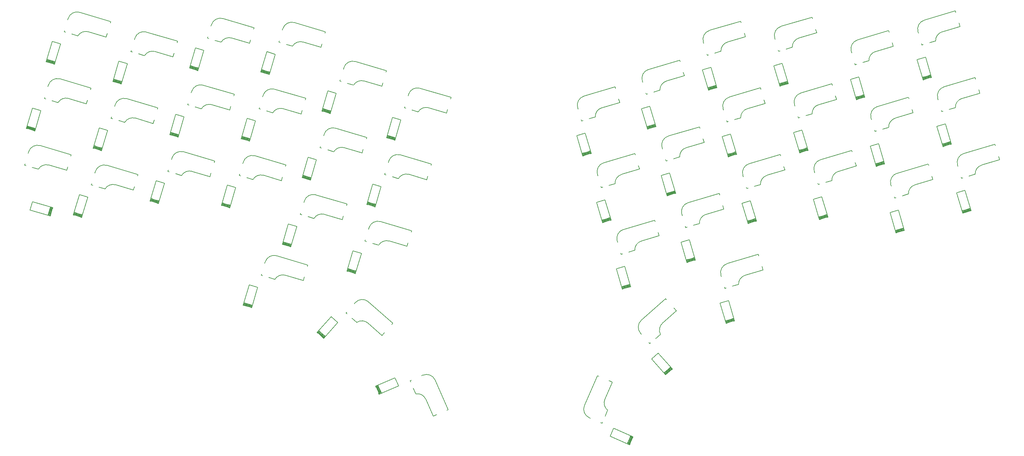
<source format=gbo>
G04 #@! TF.GenerationSoftware,KiCad,Pcbnew,5.1.6-c6e7f7d~87~ubuntu16.04.1*
G04 #@! TF.CreationDate,2020-08-10T13:21:27+02:00*
G04 #@! TF.ProjectId,ack42_pcb,61636b34-325f-4706-9362-2e6b69636164,rev?*
G04 #@! TF.SameCoordinates,Original*
G04 #@! TF.FileFunction,Legend,Bot*
G04 #@! TF.FilePolarity,Positive*
%FSLAX46Y46*%
G04 Gerber Fmt 4.6, Leading zero omitted, Abs format (unit mm)*
G04 Created by KiCad (PCBNEW 5.1.6-c6e7f7d~87~ubuntu16.04.1) date 2020-08-10 13:21:27*
%MOMM*%
%LPD*%
G01*
G04 APERTURE LIST*
%ADD10C,0.150000*%
%ADD11C,0.200000*%
%ADD12C,2.100000*%
%ADD13C,0.100000*%
%ADD14C,3.100000*%
%ADD15C,2.386000*%
%ADD16C,4.087800*%
%ADD17C,1.801800*%
%ADD18C,4.500000*%
%ADD19C,1.852600*%
%ADD20R,1.852600X1.852600*%
%ADD21C,1.700000*%
%ADD22C,6.500000*%
G04 APERTURE END LIST*
D10*
X182730939Y-123222588D02*
G75*
G02*
X182950231Y-119637186I1902347J1683055D01*
G01*
X188178404Y-123515475D02*
G75*
G02*
X188749098Y-120441711I2253749J1171416D01*
G01*
X189608447Y-113746493D02*
X182950231Y-119637186D01*
X189860905Y-114031846D02*
X189608447Y-113746493D01*
X192553793Y-117075602D02*
X191880571Y-116314663D01*
X188749098Y-120441711D02*
X192553793Y-117075602D01*
X186872516Y-124645513D02*
X188109042Y-123551527D01*
X185255520Y-126076109D02*
X185540873Y-125823651D01*
X185003062Y-125790757D02*
X185255520Y-126076109D01*
X182730938Y-123222588D02*
X182983396Y-123507940D01*
X168684865Y-146354951D02*
G75*
G02*
X167368354Y-143012796I1012822J2329333D01*
G01*
X173745724Y-144318199D02*
G75*
G02*
X172963920Y-141291236I1547529J2014140D01*
G01*
X170913234Y-134860132D02*
X167368354Y-143012796D01*
X171262634Y-135012055D02*
X170913234Y-134860132D01*
X174989566Y-136632571D02*
X174057833Y-136227442D01*
X172963920Y-141291236D02*
X174989566Y-136632571D01*
X173039763Y-145894252D02*
X173698097Y-144380186D01*
X172178863Y-147874185D02*
X172330787Y-147524785D01*
X171829463Y-147722261D02*
X172178863Y-147874185D01*
X168684864Y-146354951D02*
X169034264Y-146506874D01*
X123137727Y-134708288D02*
G75*
G02*
X126479883Y-136024798I1012823J-2329333D01*
G01*
X121175816Y-139798628D02*
G75*
G02*
X123922785Y-141291236I417636J-2505431D01*
G01*
X130024762Y-144177462D02*
X126479883Y-136024798D01*
X129675362Y-144329385D02*
X130024762Y-144177462D01*
X125948430Y-145949902D02*
X126880163Y-145544772D01*
X123922785Y-141291236D02*
X125948430Y-145949902D01*
X120504628Y-138207455D02*
X121162963Y-139721521D01*
X119643729Y-136227522D02*
X119795652Y-136576922D01*
X119993128Y-136075598D02*
X119643729Y-136227522D01*
X123137727Y-134708288D02*
X122788328Y-134860211D01*
X104644032Y-114807312D02*
G75*
G02*
X108229434Y-114588020I1902347J-1683055D01*
G01*
X105017206Y-120249868D02*
G75*
G02*
X108137609Y-120441710I1437348J-2094190D01*
G01*
X114887650Y-120478712D02*
X108229434Y-114588020D01*
X114635192Y-120764064D02*
X114887650Y-120478712D01*
X111942304Y-123807820D02*
X112615526Y-123046881D01*
X108137609Y-120441710D02*
X111942304Y-123807820D01*
X103736444Y-119091430D02*
X104972970Y-120185416D01*
X102119449Y-117660834D02*
X102404801Y-117913292D01*
X102371907Y-117375482D02*
X102119449Y-117660834D01*
X104644031Y-114807313D02*
X104391573Y-115092665D01*
D11*
X21657916Y-43259184D02*
X20010627Y-48820339D01*
X23959084Y-43940821D02*
X21657916Y-43259184D01*
X22311795Y-49501976D02*
X23959084Y-43940821D01*
X22333096Y-49430064D02*
X20031928Y-48748427D01*
X22368598Y-49310212D02*
X20067430Y-48628575D01*
X20003527Y-48844309D02*
X22304694Y-49525946D01*
X22418300Y-49142418D02*
X20117133Y-48460781D01*
X22468003Y-48974625D02*
X20166836Y-48292988D01*
X22517706Y-48806831D02*
X20216538Y-48125194D01*
X115691207Y-69627231D02*
X113390039Y-68945594D01*
X115641504Y-69795025D02*
X113340337Y-69113388D01*
X115591801Y-69962818D02*
X113290634Y-69281181D01*
X113177028Y-69664709D02*
X115478195Y-70346346D01*
X115542099Y-70130612D02*
X113240931Y-69448975D01*
X115506597Y-70250464D02*
X113205429Y-69568827D01*
X115485296Y-70322376D02*
X117132585Y-64761221D01*
X117132585Y-64761221D02*
X114831417Y-64079584D01*
X114831417Y-64079584D02*
X113184128Y-69640739D01*
D10*
X119198795Y-57785810D02*
X119090585Y-58151120D01*
X118224906Y-61073603D02*
X118116696Y-61438913D01*
X118116696Y-61438913D02*
X118482007Y-61547123D01*
X120186788Y-62052102D02*
X121769800Y-62521011D01*
X124746251Y-61415859D02*
X129617055Y-62858657D01*
X129617055Y-62858657D02*
X129905615Y-61884496D01*
X130771294Y-58962013D02*
X130879503Y-58596703D01*
X130879503Y-58596703D02*
X122355596Y-56071807D01*
X121837130Y-62560729D02*
G75*
G02*
X124746251Y-61415859I2187722J-1290532D01*
G01*
X119198795Y-57785810D02*
G75*
G02*
X122355596Y-56071807I2435402J-721399D01*
G01*
X20614295Y-55231207D02*
X20506085Y-55596517D01*
X19640406Y-58519000D02*
X19532196Y-58884310D01*
X19532196Y-58884310D02*
X19897507Y-58992520D01*
X21602288Y-59497499D02*
X23185300Y-59966408D01*
X26161751Y-58861256D02*
X31032555Y-60304054D01*
X31032555Y-60304054D02*
X31321115Y-59329893D01*
X32186794Y-56407410D02*
X32295003Y-56042100D01*
X32295003Y-56042100D02*
X23771096Y-53517204D01*
X23252630Y-60006126D02*
G75*
G02*
X26161751Y-58861256I2187722J-1290532D01*
G01*
X20614295Y-55231207D02*
G75*
G02*
X23771096Y-53517204I2435402J-721399D01*
G01*
X113788297Y-76051307D02*
X113680087Y-76416617D01*
X112814408Y-79339100D02*
X112706198Y-79704410D01*
X112706198Y-79704410D02*
X113071509Y-79812620D01*
X114776290Y-80317599D02*
X116359302Y-80786508D01*
X119335753Y-79681356D02*
X124206557Y-81124154D01*
X124206557Y-81124154D02*
X124495117Y-80149993D01*
X125360796Y-77227510D02*
X125469005Y-76862200D01*
X125469005Y-76862200D02*
X116945098Y-74337304D01*
X116426632Y-80826226D02*
G75*
G02*
X119335753Y-79681356I2187722J-1290532D01*
G01*
X113788297Y-76051307D02*
G75*
G02*
X116945098Y-74337304I2435402J-721399D01*
G01*
D11*
X40783007Y-54217833D02*
X38481839Y-53536196D01*
X40733304Y-54385627D02*
X38432137Y-53703990D01*
X40683601Y-54553420D02*
X38382434Y-53871783D01*
X38268828Y-54255311D02*
X40569995Y-54936948D01*
X40633899Y-54721214D02*
X38332731Y-54039577D01*
X40598397Y-54841066D02*
X38297229Y-54159429D01*
X40577096Y-54912978D02*
X42224385Y-49351823D01*
X42224385Y-49351823D02*
X39923217Y-48670186D01*
X39923217Y-48670186D02*
X38275928Y-54231341D01*
X61746607Y-50518831D02*
X59445439Y-49837194D01*
X61696904Y-50686625D02*
X59395737Y-50004988D01*
X61647201Y-50854418D02*
X59346034Y-50172781D01*
X59232428Y-50556309D02*
X61533595Y-51237946D01*
X61597499Y-51022212D02*
X59296331Y-50340575D01*
X61561997Y-51142064D02*
X59260829Y-50460427D01*
X61540696Y-51213976D02*
X63187985Y-45652821D01*
X63187985Y-45652821D02*
X60886817Y-44971184D01*
X60886817Y-44971184D02*
X59239528Y-50532339D01*
X81290207Y-51614834D02*
X78989039Y-50933197D01*
X81240504Y-51782628D02*
X78939337Y-51100991D01*
X81190801Y-51950421D02*
X78889634Y-51268784D01*
X78776028Y-51652312D02*
X81077195Y-52333949D01*
X81141099Y-52118215D02*
X78839931Y-51436578D01*
X81105597Y-52238067D02*
X78804429Y-51556430D01*
X81084296Y-52309979D02*
X82731585Y-46748824D01*
X82731585Y-46748824D02*
X80430417Y-46067187D01*
X80430417Y-46067187D02*
X78783128Y-51628342D01*
X97993706Y-62298832D02*
X95692538Y-61617195D01*
X97944003Y-62466626D02*
X95642836Y-61784989D01*
X97894300Y-62634419D02*
X95593133Y-61952782D01*
X95479527Y-62336310D02*
X97780694Y-63017947D01*
X97844598Y-62802213D02*
X95543430Y-62120576D01*
X97809096Y-62922065D02*
X95507928Y-62240428D01*
X97787795Y-62993977D02*
X99435084Y-57432822D01*
X99435084Y-57432822D02*
X97133916Y-56751185D01*
X97133916Y-56751185D02*
X95486627Y-62312340D01*
X169018490Y-73234227D02*
X166717322Y-73915864D01*
X169068192Y-73402021D02*
X166767025Y-74083658D01*
X169117895Y-73569814D02*
X166816728Y-74251451D01*
X166930334Y-74634979D02*
X169231501Y-73953342D01*
X169167598Y-73737608D02*
X166866430Y-74419245D01*
X169203100Y-73857460D02*
X166901932Y-74539097D01*
X169224401Y-73929372D02*
X167577112Y-68368217D01*
X167577112Y-68368217D02*
X165275944Y-69049854D01*
X165275944Y-69049854D02*
X166923233Y-74611009D01*
X186715989Y-65905826D02*
X184414821Y-66587463D01*
X186765691Y-66073620D02*
X184464524Y-66755257D01*
X186815394Y-66241413D02*
X184514227Y-66923050D01*
X184627833Y-67306578D02*
X186929000Y-66624941D01*
X186865097Y-66409207D02*
X184563929Y-67090844D01*
X186900599Y-66529059D02*
X184599431Y-67210696D01*
X186921900Y-66600971D02*
X185274611Y-61039816D01*
X185274611Y-61039816D02*
X182973443Y-61721453D01*
X182973443Y-61721453D02*
X184620732Y-67282608D01*
X203419488Y-55221826D02*
X201118320Y-55903463D01*
X203469190Y-55389620D02*
X201168023Y-56071257D01*
X203518893Y-55557413D02*
X201217726Y-56239050D01*
X201331332Y-56622578D02*
X203632499Y-55940941D01*
X203568596Y-55725207D02*
X201267428Y-56406844D01*
X203604098Y-55845059D02*
X201302930Y-56526696D01*
X203625399Y-55916971D02*
X201978110Y-50355816D01*
X201978110Y-50355816D02*
X199676942Y-51037453D01*
X199676942Y-51037453D02*
X201324231Y-56598608D01*
X222963090Y-54125827D02*
X220661922Y-54807464D01*
X223012792Y-54293621D02*
X220711625Y-54975258D01*
X223062495Y-54461414D02*
X220761328Y-55143051D01*
X220874934Y-55526579D02*
X223176101Y-54844942D01*
X223112198Y-54629208D02*
X220811030Y-55310845D01*
X223147700Y-54749060D02*
X220846532Y-55430697D01*
X223169001Y-54820972D02*
X221521712Y-49259817D01*
X221521712Y-49259817D02*
X219220544Y-49941454D01*
X219220544Y-49941454D02*
X220867833Y-55502609D01*
X243926687Y-57824827D02*
X241625519Y-58506464D01*
X243976389Y-57992621D02*
X241675222Y-58674258D01*
X244026092Y-58160414D02*
X241724925Y-58842051D01*
X241838531Y-59225579D02*
X244139698Y-58543942D01*
X244075795Y-58328208D02*
X241774627Y-59009845D01*
X244111297Y-58448060D02*
X241810129Y-59129697D01*
X244132598Y-58519972D02*
X242485309Y-52958817D01*
X242485309Y-52958817D02*
X240184141Y-53640454D01*
X240184141Y-53640454D02*
X241831430Y-59201609D01*
X262191989Y-52413826D02*
X259890821Y-53095463D01*
X262241691Y-52581620D02*
X259940524Y-53263257D01*
X262291394Y-52749413D02*
X259990227Y-53431050D01*
X260103833Y-53814578D02*
X262405000Y-53132941D01*
X262341097Y-52917207D02*
X260039929Y-53598844D01*
X262376599Y-53037059D02*
X260075431Y-53718696D01*
X262397900Y-53108971D02*
X260750611Y-47547816D01*
X260750611Y-47547816D02*
X258449443Y-48229453D01*
X258449443Y-48229453D02*
X260096732Y-53790608D01*
X17106705Y-67072631D02*
X14805537Y-66390994D01*
X17057002Y-67240425D02*
X14755835Y-66558788D01*
X17007299Y-67408218D02*
X14706132Y-66726581D01*
X14592526Y-67110109D02*
X16893693Y-67791746D01*
X16957597Y-67576012D02*
X14656429Y-66894375D01*
X16922095Y-67695864D02*
X14620927Y-67014227D01*
X16900794Y-67767776D02*
X18548083Y-62206621D01*
X18548083Y-62206621D02*
X16246915Y-61524984D01*
X16246915Y-61524984D02*
X14599626Y-67086139D01*
X35372706Y-72483131D02*
X33071538Y-71801494D01*
X35323003Y-72650925D02*
X33021836Y-71969288D01*
X35273300Y-72818718D02*
X32972133Y-72137081D01*
X32858527Y-72520609D02*
X35159694Y-73202246D01*
X35223598Y-72986512D02*
X32922430Y-72304875D01*
X35188096Y-73106364D02*
X32886928Y-72424727D01*
X35166795Y-73178276D02*
X36814084Y-67617121D01*
X36814084Y-67617121D02*
X34512916Y-66935484D01*
X34512916Y-66935484D02*
X32865627Y-72496639D01*
X56336205Y-68784831D02*
X54035037Y-68103194D01*
X56286502Y-68952625D02*
X53985335Y-68270988D01*
X56236799Y-69120418D02*
X53935632Y-68438781D01*
X53822026Y-68822309D02*
X56123193Y-69503946D01*
X56187097Y-69288212D02*
X53885929Y-68606575D01*
X56151595Y-69408064D02*
X53850427Y-68726427D01*
X56130294Y-69479976D02*
X57777583Y-63918821D01*
X57777583Y-63918821D02*
X55476415Y-63237184D01*
X55476415Y-63237184D02*
X53829126Y-68798339D01*
X75879706Y-69880630D02*
X73578538Y-69198993D01*
X75830003Y-70048424D02*
X73528836Y-69366787D01*
X75780300Y-70216217D02*
X73479133Y-69534580D01*
X73365527Y-69918108D02*
X75666694Y-70599745D01*
X75730598Y-70384011D02*
X73429430Y-69702374D01*
X75695096Y-70503863D02*
X73393928Y-69822226D01*
X75673795Y-70575775D02*
X77321084Y-65014620D01*
X77321084Y-65014620D02*
X75019916Y-64332983D01*
X75019916Y-64332983D02*
X73372627Y-69894138D01*
X92583207Y-80564632D02*
X90282039Y-79882995D01*
X92533504Y-80732426D02*
X90232337Y-80050789D01*
X92483801Y-80900219D02*
X90182634Y-80218582D01*
X90069028Y-80602110D02*
X92370195Y-81283747D01*
X92434099Y-81068013D02*
X90132931Y-80386376D01*
X92398597Y-81187865D02*
X90097429Y-80506228D01*
X92377296Y-81259777D02*
X94024585Y-75698622D01*
X94024585Y-75698622D02*
X91723417Y-75016985D01*
X91723417Y-75016985D02*
X90076128Y-80578140D01*
X110280708Y-87892729D02*
X107979540Y-87211092D01*
X110231005Y-88060523D02*
X107929838Y-87378886D01*
X110181302Y-88228316D02*
X107880135Y-87546679D01*
X107766529Y-87930207D02*
X110067696Y-88611844D01*
X110131600Y-88396110D02*
X107830432Y-87714473D01*
X110096098Y-88515962D02*
X107794930Y-87834325D01*
X110074797Y-88587874D02*
X111722086Y-83026719D01*
X111722086Y-83026719D02*
X109420918Y-82345082D01*
X109420918Y-82345082D02*
X107773629Y-87906237D01*
X174428988Y-91499728D02*
X172127820Y-92181365D01*
X174478690Y-91667522D02*
X172177523Y-92349159D01*
X174528393Y-91835315D02*
X172227226Y-92516952D01*
X172340832Y-92900480D02*
X174641999Y-92218843D01*
X174578096Y-92003109D02*
X172276928Y-92684746D01*
X174613598Y-92122961D02*
X172312430Y-92804598D01*
X174634899Y-92194873D02*
X172987610Y-86633718D01*
X172987610Y-86633718D02*
X170686442Y-87315355D01*
X170686442Y-87315355D02*
X172333731Y-92876510D01*
X192126489Y-84171627D02*
X189825321Y-84853264D01*
X192176191Y-84339421D02*
X189875024Y-85021058D01*
X192225894Y-84507214D02*
X189924727Y-85188851D01*
X190038333Y-85572379D02*
X192339500Y-84890742D01*
X192275597Y-84675008D02*
X189974429Y-85356645D01*
X192311099Y-84794860D02*
X190009931Y-85476497D01*
X192332400Y-84866772D02*
X190685111Y-79305617D01*
X190685111Y-79305617D02*
X188383943Y-79987254D01*
X188383943Y-79987254D02*
X190031232Y-85548409D01*
X205087441Y-69303254D02*
X206734730Y-74864409D01*
X207388609Y-68621617D02*
X205087441Y-69303254D01*
X209035898Y-74182772D02*
X207388609Y-68621617D01*
X209014597Y-74110860D02*
X206713429Y-74792497D01*
X208979095Y-73991008D02*
X206677927Y-74672645D01*
X206741831Y-74888379D02*
X209042998Y-74206742D01*
X208929392Y-73823214D02*
X206628225Y-74504851D01*
X208879689Y-73655421D02*
X206578522Y-74337058D01*
X208829987Y-73487627D02*
X206528819Y-74169264D01*
X228373489Y-72391827D02*
X226072321Y-73073464D01*
X228423191Y-72559621D02*
X226122024Y-73241258D01*
X228472894Y-72727414D02*
X226171727Y-73409051D01*
X226285333Y-73792579D02*
X228586500Y-73110942D01*
X228522597Y-72895208D02*
X226221429Y-73576845D01*
X228558099Y-73015060D02*
X226256931Y-73696697D01*
X228579400Y-73086972D02*
X226932111Y-67525817D01*
X226932111Y-67525817D02*
X224630943Y-68207454D01*
X224630943Y-68207454D02*
X226278232Y-73768609D01*
X249336989Y-76090128D02*
X247035821Y-76771765D01*
X249386691Y-76257922D02*
X247085524Y-76939559D01*
X249436394Y-76425715D02*
X247135227Y-77107352D01*
X247248833Y-77490880D02*
X249550000Y-76809243D01*
X249486097Y-76593509D02*
X247184929Y-77275146D01*
X249521599Y-76713361D02*
X247220431Y-77394998D01*
X249542900Y-76785273D02*
X247895611Y-71224118D01*
X247895611Y-71224118D02*
X245594443Y-71905755D01*
X245594443Y-71905755D02*
X247241732Y-77466910D01*
X267602990Y-70679625D02*
X265301822Y-71361262D01*
X267652692Y-70847419D02*
X265351525Y-71529056D01*
X267702395Y-71015212D02*
X265401228Y-71696849D01*
X265514834Y-72080377D02*
X267816001Y-71398740D01*
X267752098Y-71183006D02*
X265450930Y-71864643D01*
X267787600Y-71302858D02*
X265486432Y-71984495D01*
X267808901Y-71374770D02*
X266161612Y-65813615D01*
X266161612Y-65813615D02*
X263860444Y-66495252D01*
X263860444Y-66495252D02*
X265507733Y-72056407D01*
X21161646Y-88585687D02*
X20480009Y-90886855D01*
X21329440Y-88635390D02*
X20647803Y-90936557D01*
X21497233Y-88685093D02*
X20815596Y-90986260D01*
X21199124Y-91099866D02*
X21880761Y-88798699D01*
X21665027Y-88734795D02*
X20983390Y-91035963D01*
X21784879Y-88770297D02*
X21103242Y-91071465D01*
X21856791Y-88791598D02*
X16295636Y-87144309D01*
X16295636Y-87144309D02*
X15613999Y-89445477D01*
X15613999Y-89445477D02*
X21175154Y-91092766D01*
X29961706Y-90748633D02*
X27660538Y-90066996D01*
X29912003Y-90916427D02*
X27610836Y-90234790D01*
X29862300Y-91084220D02*
X27561133Y-90402583D01*
X27447527Y-90786111D02*
X29748694Y-91467748D01*
X29812598Y-91252014D02*
X27511430Y-90570377D01*
X29777096Y-91371866D02*
X27475928Y-90690229D01*
X29755795Y-91443778D02*
X31403084Y-85882623D01*
X31403084Y-85882623D02*
X29101916Y-85200986D01*
X29101916Y-85200986D02*
X27454627Y-90762141D01*
X50954107Y-86954448D02*
X48652939Y-86272811D01*
X50904404Y-87122242D02*
X48603237Y-86440605D01*
X50854701Y-87290035D02*
X48553534Y-86608398D01*
X48439928Y-86991926D02*
X50741095Y-87673563D01*
X50804999Y-87457829D02*
X48503831Y-86776192D01*
X50769497Y-87577681D02*
X48468329Y-86896044D01*
X50748196Y-87649593D02*
X52395485Y-82088438D01*
X52395485Y-82088438D02*
X50094317Y-81406801D01*
X50094317Y-81406801D02*
X48447028Y-86967956D01*
X70469207Y-88146131D02*
X68168039Y-87464494D01*
X70419504Y-88313925D02*
X68118337Y-87632288D01*
X70369801Y-88481718D02*
X68068634Y-87800081D01*
X67955028Y-88183609D02*
X70256195Y-88865246D01*
X70320099Y-88649512D02*
X68018931Y-87967875D01*
X70284597Y-88769364D02*
X67983429Y-88087727D01*
X70263296Y-88841276D02*
X71910585Y-83280121D01*
X71910585Y-83280121D02*
X69609417Y-82598484D01*
X69609417Y-82598484D02*
X67962128Y-88159639D01*
X87172706Y-98830131D02*
X84871538Y-98148494D01*
X87123003Y-98997925D02*
X84821836Y-98316288D01*
X87073300Y-99165718D02*
X84772133Y-98484081D01*
X84658527Y-98867609D02*
X86959694Y-99549246D01*
X87023598Y-99333512D02*
X84722430Y-98651875D01*
X86988096Y-99453364D02*
X84686928Y-98771727D01*
X86966795Y-99525276D02*
X88614084Y-93964121D01*
X88614084Y-93964121D02*
X86312916Y-93282484D01*
X86312916Y-93282484D02*
X84665627Y-98843639D01*
X104870206Y-106158233D02*
X102569038Y-105476596D01*
X104820503Y-106326027D02*
X102519336Y-105644390D01*
X104770800Y-106493820D02*
X102469633Y-105812183D01*
X102356027Y-106195711D02*
X104657194Y-106877348D01*
X104721098Y-106661614D02*
X102419930Y-105979977D01*
X104685596Y-106781466D02*
X102384428Y-106099829D01*
X104664295Y-106853378D02*
X106311584Y-101292223D01*
X106311584Y-101292223D02*
X104010416Y-100610586D01*
X104010416Y-100610586D02*
X102363127Y-106171741D01*
X179839488Y-109765227D02*
X177538320Y-110446864D01*
X179889190Y-109933021D02*
X177588023Y-110614658D01*
X179938893Y-110100814D02*
X177637726Y-110782451D01*
X177751332Y-111165979D02*
X180052499Y-110484342D01*
X179988596Y-110268608D02*
X177687428Y-110950245D01*
X180024098Y-110388460D02*
X177722930Y-111070097D01*
X180045399Y-110460372D02*
X178398110Y-104899217D01*
X178398110Y-104899217D02*
X176096942Y-105580854D01*
X176096942Y-105580854D02*
X177744231Y-111142009D01*
X197536988Y-102437126D02*
X195235820Y-103118763D01*
X197586690Y-102604920D02*
X195285523Y-103286557D01*
X197636393Y-102772713D02*
X195335226Y-103454350D01*
X195448832Y-103837878D02*
X197749999Y-103156241D01*
X197686096Y-102940507D02*
X195384928Y-103622144D01*
X197721598Y-103060359D02*
X195420430Y-103741996D01*
X197742899Y-103132271D02*
X196095610Y-97571116D01*
X196095610Y-97571116D02*
X193794442Y-98252753D01*
X193794442Y-98252753D02*
X195441731Y-103813908D01*
X214240489Y-91753125D02*
X211939321Y-92434762D01*
X214290191Y-91920919D02*
X211989024Y-92602556D01*
X214339894Y-92088712D02*
X212038727Y-92770349D01*
X212152333Y-93153877D02*
X214453500Y-92472240D01*
X214389597Y-92256506D02*
X212088429Y-92938143D01*
X214425099Y-92376358D02*
X212123931Y-93057995D01*
X214446400Y-92448270D02*
X212799111Y-86887115D01*
X212799111Y-86887115D02*
X210497943Y-87568752D01*
X210497943Y-87568752D02*
X212145232Y-93129907D01*
X233783989Y-90657326D02*
X231482821Y-91338963D01*
X233833691Y-90825120D02*
X231532524Y-91506757D01*
X233883394Y-90992913D02*
X231582227Y-91674550D01*
X231695833Y-92058078D02*
X233997000Y-91376441D01*
X233933097Y-91160707D02*
X231631929Y-91842344D01*
X233968599Y-91280559D02*
X231667431Y-91962196D01*
X233989900Y-91352471D02*
X232342611Y-85791316D01*
X232342611Y-85791316D02*
X230041443Y-86472953D01*
X230041443Y-86472953D02*
X231688732Y-92034108D01*
X254747990Y-94355627D02*
X252446822Y-95037264D01*
X254797692Y-94523421D02*
X252496525Y-95205058D01*
X254847395Y-94691214D02*
X252546228Y-95372851D01*
X252659834Y-95756379D02*
X254961001Y-95074742D01*
X254897098Y-94859008D02*
X252595930Y-95540645D01*
X254932600Y-94978860D02*
X252631432Y-95660497D01*
X254953901Y-95050772D02*
X253306612Y-89489617D01*
X253306612Y-89489617D02*
X251005444Y-90171254D01*
X251005444Y-90171254D02*
X252652733Y-95732409D01*
X273012989Y-88945126D02*
X270711821Y-89626763D01*
X273062691Y-89112920D02*
X270761524Y-89794557D01*
X273112394Y-89280713D02*
X270811227Y-89962350D01*
X270924833Y-90345878D02*
X273226000Y-89664241D01*
X273162097Y-89448507D02*
X270860929Y-90130144D01*
X273197599Y-89568359D02*
X270896431Y-90249996D01*
X273218900Y-89640271D02*
X271571611Y-84079116D01*
X271571611Y-84079116D02*
X269270443Y-84760753D01*
X269270443Y-84760753D02*
X270917732Y-90321908D01*
X76464708Y-115526532D02*
X74163540Y-114844895D01*
X76415005Y-115694326D02*
X74113838Y-115012689D01*
X76365302Y-115862119D02*
X74064135Y-115180482D01*
X73950529Y-115564010D02*
X76251696Y-116245647D01*
X76315600Y-116029913D02*
X74014432Y-115348276D01*
X76280098Y-116149765D02*
X73978930Y-115468128D01*
X76258797Y-116221677D02*
X77906086Y-110660522D01*
X77906086Y-110660522D02*
X75604918Y-109978885D01*
X75604918Y-109978885D02*
X73957629Y-115540040D01*
X96460672Y-124056915D02*
X94663179Y-122466627D01*
X96344714Y-124187983D02*
X94547220Y-122597694D01*
X96228755Y-124319050D02*
X94431262Y-122728762D01*
X94166213Y-123028344D02*
X95963707Y-124618632D01*
X96112797Y-124450117D02*
X94315303Y-122859829D01*
X96029969Y-124543737D02*
X94232475Y-122953448D01*
X95980273Y-124599908D02*
X99823469Y-120255965D01*
X99823469Y-120255965D02*
X98025975Y-118665677D01*
X98025975Y-118665677D02*
X94182779Y-123009620D01*
X111812036Y-139632839D02*
X110855038Y-137431895D01*
X111651551Y-139702620D02*
X110694553Y-137501676D01*
X111491065Y-139772401D02*
X110534067Y-137571457D01*
X110167243Y-137730957D02*
X111124241Y-139931901D01*
X111330580Y-139842182D02*
X110373582Y-137641238D01*
X111215947Y-139892026D02*
X110258949Y-137691082D01*
X111147168Y-139921932D02*
X116466116Y-137609188D01*
X116466116Y-137609188D02*
X115509118Y-135408244D01*
X115509118Y-135408244D02*
X110190170Y-137720988D01*
X180010557Y-151279502D02*
X179053559Y-153480446D01*
X180171042Y-151349283D02*
X179214044Y-153550227D01*
X180331528Y-151419064D02*
X179374530Y-153620008D01*
X179741354Y-153779508D02*
X180698352Y-151578564D01*
X180492013Y-151488845D02*
X179535015Y-153689789D01*
X180606646Y-151538689D02*
X179649648Y-153739633D01*
X180675425Y-151568595D02*
X175356477Y-149255851D01*
X175356477Y-149255851D02*
X174399479Y-151456795D01*
X174399479Y-151456795D02*
X179718427Y-153769539D01*
X190914295Y-132472191D02*
X189116802Y-134062479D01*
X191030254Y-132603258D02*
X189232760Y-134193547D01*
X191146212Y-132734326D02*
X189348719Y-134324614D01*
X189613767Y-134624196D02*
X191411261Y-133033908D01*
X191262171Y-132865393D02*
X189464677Y-134455681D01*
X191344999Y-132959012D02*
X189547505Y-134549301D01*
X191394695Y-133015184D02*
X187551499Y-128671241D01*
X187551499Y-128671241D02*
X185754005Y-130261529D01*
X185754005Y-130261529D02*
X189597201Y-134605472D01*
X208244989Y-119133528D02*
X205943821Y-119815165D01*
X208294691Y-119301322D02*
X205993524Y-119982959D01*
X208344394Y-119469115D02*
X206043227Y-120150752D01*
X206156833Y-120534280D02*
X208458000Y-119852643D01*
X208394097Y-119636909D02*
X206092929Y-120318546D01*
X208429599Y-119756761D02*
X206128431Y-120438398D01*
X208450900Y-119828673D02*
X206803611Y-114267518D01*
X206803611Y-114267518D02*
X204502443Y-114949155D01*
X204502443Y-114949155D02*
X206149732Y-120510310D01*
D10*
X26025296Y-36965409D02*
X25917086Y-37330719D01*
X25051407Y-40253202D02*
X24943197Y-40618512D01*
X24943197Y-40618512D02*
X25308508Y-40726722D01*
X27013289Y-41231701D02*
X28596301Y-41700610D01*
X31572752Y-40595458D02*
X36443556Y-42038256D01*
X36443556Y-42038256D02*
X36732116Y-41064095D01*
X37597795Y-38141612D02*
X37706004Y-37776302D01*
X37706004Y-37776302D02*
X29182097Y-35251406D01*
X28663631Y-41740328D02*
G75*
G02*
X31572752Y-40595458I2187722J-1290532D01*
G01*
X26025296Y-36965409D02*
G75*
G02*
X29182097Y-35251406I2435402J-721399D01*
G01*
X44290595Y-42376408D02*
X44182385Y-42741718D01*
X43316706Y-45664201D02*
X43208496Y-46029511D01*
X43208496Y-46029511D02*
X43573807Y-46137721D01*
X45278588Y-46642700D02*
X46861600Y-47111609D01*
X49838051Y-46006457D02*
X54708855Y-47449255D01*
X54708855Y-47449255D02*
X54997415Y-46475094D01*
X55863094Y-43552611D02*
X55971303Y-43187301D01*
X55971303Y-43187301D02*
X47447396Y-40662405D01*
X46928930Y-47151327D02*
G75*
G02*
X49838051Y-46006457I2187722J-1290532D01*
G01*
X44290595Y-42376408D02*
G75*
G02*
X47447396Y-40662405I2435402J-721399D01*
G01*
X65254196Y-38677409D02*
X65145986Y-39042719D01*
X64280307Y-41965202D02*
X64172097Y-42330512D01*
X64172097Y-42330512D02*
X64537408Y-42438722D01*
X66242189Y-42943701D02*
X67825201Y-43412610D01*
X70801652Y-42307458D02*
X75672456Y-43750256D01*
X75672456Y-43750256D02*
X75961016Y-42776095D01*
X76826695Y-39853612D02*
X76934904Y-39488302D01*
X76934904Y-39488302D02*
X68410997Y-36963406D01*
X67892531Y-43452328D02*
G75*
G02*
X70801652Y-42307458I2187722J-1290532D01*
G01*
X65254196Y-38677409D02*
G75*
G02*
X68410997Y-36963406I2435402J-721399D01*
G01*
X84797797Y-39773409D02*
X84689587Y-40138719D01*
X83823908Y-43061202D02*
X83715698Y-43426512D01*
X83715698Y-43426512D02*
X84081009Y-43534722D01*
X85785790Y-44039701D02*
X87368802Y-44508610D01*
X90345253Y-43403458D02*
X95216057Y-44846256D01*
X95216057Y-44846256D02*
X95504617Y-43872095D01*
X96370296Y-40949612D02*
X96478505Y-40584302D01*
X96478505Y-40584302D02*
X87954598Y-38059406D01*
X87436132Y-44548328D02*
G75*
G02*
X90345253Y-43403458I2187722J-1290532D01*
G01*
X84797797Y-39773409D02*
G75*
G02*
X87954598Y-38059406I2435402J-721399D01*
G01*
X101501295Y-50457408D02*
X101393085Y-50822718D01*
X100527406Y-53745201D02*
X100419196Y-54110511D01*
X100419196Y-54110511D02*
X100784507Y-54218721D01*
X102489288Y-54723700D02*
X104072300Y-55192609D01*
X107048751Y-54087457D02*
X111919555Y-55530255D01*
X111919555Y-55530255D02*
X112208115Y-54556094D01*
X113073794Y-51633611D02*
X113182003Y-51268301D01*
X113182003Y-51268301D02*
X104658096Y-48743405D01*
X104139630Y-55232327D02*
G75*
G02*
X107048751Y-54087457I2187722J-1290532D01*
G01*
X101501295Y-50457408D02*
G75*
G02*
X104658096Y-48743405I2435402J-721399D01*
G01*
X165510899Y-61392803D02*
X165619109Y-61758113D01*
X166484788Y-64680596D02*
X166592998Y-65045906D01*
X166592998Y-65045906D02*
X166958308Y-64937696D01*
X168663090Y-64432717D02*
X170246101Y-63963807D01*
X172140454Y-61415857D02*
X177011258Y-59973059D01*
X177011258Y-59973059D02*
X176722699Y-58998898D01*
X175857020Y-56076416D02*
X175748810Y-55711105D01*
X175748810Y-55711105D02*
X167224903Y-58236002D01*
X170324201Y-63960447D02*
G75*
G02*
X172140454Y-61415857I2537652J109188D01*
G01*
X165510900Y-61392803D02*
G75*
G02*
X167224903Y-58236002I2435402J721399D01*
G01*
X183208399Y-54064403D02*
X183316609Y-54429713D01*
X184182288Y-57352196D02*
X184290498Y-57717506D01*
X184290498Y-57717506D02*
X184655808Y-57609296D01*
X186360590Y-57104317D02*
X187943601Y-56635407D01*
X189837954Y-54087457D02*
X194708758Y-52644659D01*
X194708758Y-52644659D02*
X194420199Y-51670498D01*
X193554520Y-48748016D02*
X193446310Y-48382705D01*
X193446310Y-48382705D02*
X184922403Y-50907602D01*
X188021701Y-56632047D02*
G75*
G02*
X189837954Y-54087457I2537652J109188D01*
G01*
X183208400Y-54064403D02*
G75*
G02*
X184922403Y-50907602I2435402J721399D01*
G01*
X199911899Y-43380404D02*
X200020109Y-43745714D01*
X200885788Y-46668197D02*
X200993998Y-47033507D01*
X200993998Y-47033507D02*
X201359308Y-46925297D01*
X203064090Y-46420318D02*
X204647101Y-45951408D01*
X206541454Y-43403458D02*
X211412258Y-41960660D01*
X211412258Y-41960660D02*
X211123699Y-40986499D01*
X210258020Y-38064017D02*
X210149810Y-37698706D01*
X210149810Y-37698706D02*
X201625903Y-40223603D01*
X204725201Y-45948048D02*
G75*
G02*
X206541454Y-43403458I2537652J109188D01*
G01*
X199911900Y-43380404D02*
G75*
G02*
X201625903Y-40223603I2435402J721399D01*
G01*
X219455498Y-42284403D02*
X219563708Y-42649713D01*
X220429387Y-45572196D02*
X220537597Y-45937506D01*
X220537597Y-45937506D02*
X220902907Y-45829296D01*
X222607689Y-45324317D02*
X224190700Y-44855407D01*
X226085053Y-42307457D02*
X230955857Y-40864659D01*
X230955857Y-40864659D02*
X230667298Y-39890498D01*
X229801619Y-36968016D02*
X229693409Y-36602705D01*
X229693409Y-36602705D02*
X221169502Y-39127602D01*
X224268800Y-44852047D02*
G75*
G02*
X226085053Y-42307457I2537652J109188D01*
G01*
X219455499Y-42284403D02*
G75*
G02*
X221169502Y-39127602I2435402J721399D01*
G01*
X240419097Y-45983404D02*
X240527307Y-46348714D01*
X241392986Y-49271197D02*
X241501196Y-49636507D01*
X241501196Y-49636507D02*
X241866506Y-49528297D01*
X243571288Y-49023318D02*
X245154299Y-48554408D01*
X247048652Y-46006458D02*
X251919456Y-44563660D01*
X251919456Y-44563660D02*
X251630897Y-43589499D01*
X250765218Y-40667017D02*
X250657008Y-40301706D01*
X250657008Y-40301706D02*
X242133101Y-42826603D01*
X245232399Y-48551048D02*
G75*
G02*
X247048652Y-46006458I2537652J109188D01*
G01*
X240419098Y-45983404D02*
G75*
G02*
X242133101Y-42826603I2435402J721399D01*
G01*
X258684400Y-40572404D02*
X258792610Y-40937714D01*
X259658289Y-43860197D02*
X259766499Y-44225507D01*
X259766499Y-44225507D02*
X260131809Y-44117297D01*
X261836591Y-43612318D02*
X263419602Y-43143408D01*
X265313955Y-40595458D02*
X270184759Y-39152660D01*
X270184759Y-39152660D02*
X269896200Y-38178499D01*
X269030521Y-35256017D02*
X268922311Y-34890706D01*
X268922311Y-34890706D02*
X260398404Y-37415603D01*
X263497702Y-43140048D02*
G75*
G02*
X265313955Y-40595458I2537652J109188D01*
G01*
X258684401Y-40572404D02*
G75*
G02*
X260398404Y-37415603I2435402J721399D01*
G01*
X38880296Y-60641708D02*
X38772086Y-61007018D01*
X37906407Y-63929501D02*
X37798197Y-64294811D01*
X37798197Y-64294811D02*
X38163508Y-64403021D01*
X39868289Y-64908000D02*
X41451301Y-65376909D01*
X44427752Y-64271757D02*
X49298556Y-65714555D01*
X49298556Y-65714555D02*
X49587116Y-64740394D01*
X50452795Y-61817911D02*
X50561004Y-61452601D01*
X50561004Y-61452601D02*
X42037097Y-58927705D01*
X41518631Y-65416627D02*
G75*
G02*
X44427752Y-64271757I2187722J-1290532D01*
G01*
X38880296Y-60641708D02*
G75*
G02*
X42037097Y-58927705I2435402J-721399D01*
G01*
X59843796Y-56943410D02*
X59735586Y-57308720D01*
X58869907Y-60231203D02*
X58761697Y-60596513D01*
X58761697Y-60596513D02*
X59127008Y-60704723D01*
X60831789Y-61209702D02*
X62414801Y-61678611D01*
X65391252Y-60573459D02*
X70262056Y-62016257D01*
X70262056Y-62016257D02*
X70550616Y-61042096D01*
X71416295Y-58119613D02*
X71524504Y-57754303D01*
X71524504Y-57754303D02*
X63000597Y-55229407D01*
X62482131Y-61718329D02*
G75*
G02*
X65391252Y-60573459I2187722J-1290532D01*
G01*
X59843796Y-56943410D02*
G75*
G02*
X63000597Y-55229407I2435402J-721399D01*
G01*
X79387294Y-58039209D02*
X79279084Y-58404519D01*
X78413405Y-61327002D02*
X78305195Y-61692312D01*
X78305195Y-61692312D02*
X78670506Y-61800522D01*
X80375287Y-62305501D02*
X81958299Y-62774410D01*
X84934750Y-61669258D02*
X89805554Y-63112056D01*
X89805554Y-63112056D02*
X90094114Y-62137895D01*
X90959793Y-59215412D02*
X91068002Y-58850102D01*
X91068002Y-58850102D02*
X82544095Y-56325206D01*
X82025629Y-62814128D02*
G75*
G02*
X84934750Y-61669258I2187722J-1290532D01*
G01*
X79387294Y-58039209D02*
G75*
G02*
X82544095Y-56325206I2435402J-721399D01*
G01*
X96090796Y-68723210D02*
X95982586Y-69088520D01*
X95116907Y-72011003D02*
X95008697Y-72376313D01*
X95008697Y-72376313D02*
X95374008Y-72484523D01*
X97078789Y-72989502D02*
X98661801Y-73458411D01*
X101638252Y-72353259D02*
X106509056Y-73796057D01*
X106509056Y-73796057D02*
X106797616Y-72821896D01*
X107663295Y-69899413D02*
X107771504Y-69534103D01*
X107771504Y-69534103D02*
X99247597Y-67009207D01*
X98729131Y-73498129D02*
G75*
G02*
X101638252Y-72353259I2187722J-1290532D01*
G01*
X96090796Y-68723210D02*
G75*
G02*
X99247597Y-67009207I2435402J-721399D01*
G01*
X170921398Y-79658303D02*
X171029608Y-80023613D01*
X171895287Y-82946096D02*
X172003497Y-83311406D01*
X172003497Y-83311406D02*
X172368807Y-83203196D01*
X174073589Y-82698217D02*
X175656600Y-82229307D01*
X177550953Y-79681357D02*
X182421757Y-78238559D01*
X182421757Y-78238559D02*
X182133198Y-77264398D01*
X181267519Y-74341916D02*
X181159309Y-73976605D01*
X181159309Y-73976605D02*
X172635402Y-76501502D01*
X175734700Y-82225947D02*
G75*
G02*
X177550953Y-79681357I2537652J109188D01*
G01*
X170921399Y-79658303D02*
G75*
G02*
X172635402Y-76501502I2435402J721399D01*
G01*
X188618898Y-72330205D02*
X188727108Y-72695515D01*
X189592787Y-75617998D02*
X189700997Y-75983308D01*
X189700997Y-75983308D02*
X190066307Y-75875098D01*
X191771089Y-75370119D02*
X193354100Y-74901209D01*
X195248453Y-72353259D02*
X200119257Y-70910461D01*
X200119257Y-70910461D02*
X199830698Y-69936300D01*
X198965019Y-67013818D02*
X198856809Y-66648507D01*
X198856809Y-66648507D02*
X190332902Y-69173404D01*
X193432200Y-74897849D02*
G75*
G02*
X195248453Y-72353259I2537652J109188D01*
G01*
X188618899Y-72330205D02*
G75*
G02*
X190332902Y-69173404I2435402J721399D01*
G01*
X205322398Y-61646203D02*
X205430608Y-62011513D01*
X206296287Y-64933996D02*
X206404497Y-65299306D01*
X206404497Y-65299306D02*
X206769807Y-65191096D01*
X208474589Y-64686117D02*
X210057600Y-64217207D01*
X211951953Y-61669257D02*
X216822757Y-60226459D01*
X216822757Y-60226459D02*
X216534198Y-59252298D01*
X215668519Y-56329816D02*
X215560309Y-55964505D01*
X215560309Y-55964505D02*
X207036402Y-58489402D01*
X210135700Y-64213847D02*
G75*
G02*
X211951953Y-61669257I2537652J109188D01*
G01*
X205322399Y-61646203D02*
G75*
G02*
X207036402Y-58489402I2435402J721399D01*
G01*
X224865899Y-60550405D02*
X224974109Y-60915715D01*
X225839788Y-63838198D02*
X225947998Y-64203508D01*
X225947998Y-64203508D02*
X226313308Y-64095298D01*
X228018090Y-63590319D02*
X229601101Y-63121409D01*
X231495454Y-60573459D02*
X236366258Y-59130661D01*
X236366258Y-59130661D02*
X236077699Y-58156500D01*
X235212020Y-55234018D02*
X235103810Y-54868707D01*
X235103810Y-54868707D02*
X226579903Y-57393604D01*
X229679201Y-63118049D02*
G75*
G02*
X231495454Y-60573459I2537652J109188D01*
G01*
X224865900Y-60550405D02*
G75*
G02*
X226579903Y-57393604I2435402J721399D01*
G01*
X245829398Y-64248706D02*
X245937608Y-64614016D01*
X246803287Y-67536499D02*
X246911497Y-67901809D01*
X246911497Y-67901809D02*
X247276807Y-67793599D01*
X248981589Y-67288620D02*
X250564600Y-66819710D01*
X252458953Y-64271760D02*
X257329757Y-62828962D01*
X257329757Y-62828962D02*
X257041198Y-61854801D01*
X256175519Y-58932319D02*
X256067309Y-58567008D01*
X256067309Y-58567008D02*
X247543402Y-61091905D01*
X250642700Y-66816350D02*
G75*
G02*
X252458953Y-64271760I2537652J109188D01*
G01*
X245829399Y-64248706D02*
G75*
G02*
X247543402Y-61091905I2435402J721399D01*
G01*
X264095400Y-58838203D02*
X264203610Y-59203513D01*
X265069289Y-62125996D02*
X265177499Y-62491306D01*
X265177499Y-62491306D02*
X265542809Y-62383096D01*
X267247591Y-61878117D02*
X268830602Y-61409207D01*
X270724955Y-58861257D02*
X275595759Y-57418459D01*
X275595759Y-57418459D02*
X275307200Y-56444298D01*
X274441521Y-53521816D02*
X274333311Y-53156505D01*
X274333311Y-53156505D02*
X265809404Y-55681402D01*
X268908702Y-61405847D02*
G75*
G02*
X270724955Y-58861257I2537652J109188D01*
G01*
X264095401Y-58838203D02*
G75*
G02*
X265809404Y-55681402I2435402J721399D01*
G01*
X15204294Y-73496709D02*
X15096084Y-73862019D01*
X14230405Y-76784502D02*
X14122195Y-77149812D01*
X14122195Y-77149812D02*
X14487506Y-77258022D01*
X16192287Y-77763001D02*
X17775299Y-78231910D01*
X20751750Y-77126758D02*
X25622554Y-78569556D01*
X25622554Y-78569556D02*
X25911114Y-77595395D01*
X26776793Y-74672912D02*
X26885002Y-74307602D01*
X26885002Y-74307602D02*
X18361095Y-71782706D01*
X17842629Y-78271628D02*
G75*
G02*
X20751750Y-77126758I2187722J-1290532D01*
G01*
X15204294Y-73496709D02*
G75*
G02*
X18361095Y-71782706I2435402J-721399D01*
G01*
X33469295Y-78907208D02*
X33361085Y-79272518D01*
X32495406Y-82195001D02*
X32387196Y-82560311D01*
X32387196Y-82560311D02*
X32752507Y-82668521D01*
X34457288Y-83173500D02*
X36040300Y-83642409D01*
X39016751Y-82537257D02*
X43887555Y-83980055D01*
X43887555Y-83980055D02*
X44176115Y-83005894D01*
X45041794Y-80083411D02*
X45150003Y-79718101D01*
X45150003Y-79718101D02*
X36626096Y-77193205D01*
X36107630Y-83682127D02*
G75*
G02*
X39016751Y-82537257I2187722J-1290532D01*
G01*
X33469295Y-78907208D02*
G75*
G02*
X36626096Y-77193205I2435402J-721399D01*
G01*
X54433298Y-75208908D02*
X54325088Y-75574218D01*
X53459409Y-78496701D02*
X53351199Y-78862011D01*
X53351199Y-78862011D02*
X53716510Y-78970221D01*
X55421291Y-79475200D02*
X57004303Y-79944109D01*
X59980754Y-78838957D02*
X64851558Y-80281755D01*
X64851558Y-80281755D02*
X65140118Y-79307594D01*
X66005797Y-76385111D02*
X66114006Y-76019801D01*
X66114006Y-76019801D02*
X57590099Y-73494905D01*
X57071633Y-79983827D02*
G75*
G02*
X59980754Y-78838957I2187722J-1290532D01*
G01*
X54433298Y-75208908D02*
G75*
G02*
X57590099Y-73494905I2435402J-721399D01*
G01*
X73976795Y-76304709D02*
X73868585Y-76670019D01*
X73002906Y-79592502D02*
X72894696Y-79957812D01*
X72894696Y-79957812D02*
X73260007Y-80066022D01*
X74964788Y-80571001D02*
X76547800Y-81039910D01*
X79524251Y-79934758D02*
X84395055Y-81377556D01*
X84395055Y-81377556D02*
X84683615Y-80403395D01*
X85549294Y-77480912D02*
X85657503Y-77115602D01*
X85657503Y-77115602D02*
X77133596Y-74590706D01*
X76615130Y-81079628D02*
G75*
G02*
X79524251Y-79934758I2187722J-1290532D01*
G01*
X73976795Y-76304709D02*
G75*
G02*
X77133596Y-74590706I2435402J-721399D01*
G01*
X90680297Y-86988708D02*
X90572087Y-87354018D01*
X89706408Y-90276501D02*
X89598198Y-90641811D01*
X89598198Y-90641811D02*
X89963509Y-90750021D01*
X91668290Y-91255000D02*
X93251302Y-91723909D01*
X96227753Y-90618757D02*
X101098557Y-92061555D01*
X101098557Y-92061555D02*
X101387117Y-91087394D01*
X102252796Y-88164911D02*
X102361005Y-87799601D01*
X102361005Y-87799601D02*
X93837098Y-85274705D01*
X93318632Y-91763627D02*
G75*
G02*
X96227753Y-90618757I2187722J-1290532D01*
G01*
X90680297Y-86988708D02*
G75*
G02*
X93837098Y-85274705I2435402J-721399D01*
G01*
X108377797Y-94316809D02*
X108269587Y-94682119D01*
X107403908Y-97604602D02*
X107295698Y-97969912D01*
X107295698Y-97969912D02*
X107661009Y-98078122D01*
X109365790Y-98583101D02*
X110948802Y-99052010D01*
X113925253Y-97946858D02*
X118796057Y-99389656D01*
X118796057Y-99389656D02*
X119084617Y-98415495D01*
X119950296Y-95493012D02*
X120058505Y-95127702D01*
X120058505Y-95127702D02*
X111534598Y-92602806D01*
X111016132Y-99091728D02*
G75*
G02*
X113925253Y-97946858I2187722J-1290532D01*
G01*
X108377797Y-94316809D02*
G75*
G02*
X111534598Y-92602806I2435402J-721399D01*
G01*
X176331899Y-97923804D02*
X176440109Y-98289114D01*
X177305788Y-101211597D02*
X177413998Y-101576907D01*
X177413998Y-101576907D02*
X177779308Y-101468697D01*
X179484090Y-100963718D02*
X181067101Y-100494808D01*
X182961454Y-97946858D02*
X187832258Y-96504060D01*
X187832258Y-96504060D02*
X187543699Y-95529899D01*
X186678020Y-92607417D02*
X186569810Y-92242106D01*
X186569810Y-92242106D02*
X178045903Y-94767003D01*
X181145201Y-100491448D02*
G75*
G02*
X182961454Y-97946858I2537652J109188D01*
G01*
X176331900Y-97923804D02*
G75*
G02*
X178045903Y-94767003I2435402J721399D01*
G01*
X194029398Y-90595702D02*
X194137608Y-90961012D01*
X195003287Y-93883495D02*
X195111497Y-94248805D01*
X195111497Y-94248805D02*
X195476807Y-94140595D01*
X197181589Y-93635616D02*
X198764600Y-93166706D01*
X200658953Y-90618756D02*
X205529757Y-89175958D01*
X205529757Y-89175958D02*
X205241198Y-88201797D01*
X204375519Y-85279315D02*
X204267309Y-84914004D01*
X204267309Y-84914004D02*
X195743402Y-87438901D01*
X198842700Y-93163346D02*
G75*
G02*
X200658953Y-90618756I2537652J109188D01*
G01*
X194029399Y-90595702D02*
G75*
G02*
X195743402Y-87438901I2435402J721399D01*
G01*
X210732898Y-79911704D02*
X210841108Y-80277014D01*
X211706787Y-83199497D02*
X211814997Y-83564807D01*
X211814997Y-83564807D02*
X212180307Y-83456597D01*
X213885089Y-82951618D02*
X215468100Y-82482708D01*
X217362453Y-79934758D02*
X222233257Y-78491960D01*
X222233257Y-78491960D02*
X221944698Y-77517799D01*
X221079019Y-74595317D02*
X220970809Y-74230006D01*
X220970809Y-74230006D02*
X212446902Y-76754903D01*
X215546200Y-82479348D02*
G75*
G02*
X217362453Y-79934758I2537652J109188D01*
G01*
X210732899Y-79911704D02*
G75*
G02*
X212446902Y-76754903I2435402J721399D01*
G01*
X230276398Y-78815904D02*
X230384608Y-79181214D01*
X231250287Y-82103697D02*
X231358497Y-82469007D01*
X231358497Y-82469007D02*
X231723807Y-82360797D01*
X233428589Y-81855818D02*
X235011600Y-81386908D01*
X236905953Y-78838958D02*
X241776757Y-77396160D01*
X241776757Y-77396160D02*
X241488198Y-76421999D01*
X240622519Y-73499517D02*
X240514309Y-73134206D01*
X240514309Y-73134206D02*
X231990402Y-75659103D01*
X235089700Y-81383548D02*
G75*
G02*
X236905953Y-78838958I2537652J109188D01*
G01*
X230276399Y-78815904D02*
G75*
G02*
X231990402Y-75659103I2435402J721399D01*
G01*
X251240400Y-82514204D02*
X251348610Y-82879514D01*
X252214289Y-85801997D02*
X252322499Y-86167307D01*
X252322499Y-86167307D02*
X252687809Y-86059097D01*
X254392591Y-85554118D02*
X255975602Y-85085208D01*
X257869955Y-82537258D02*
X262740759Y-81094460D01*
X262740759Y-81094460D02*
X262452200Y-80120299D01*
X261586521Y-77197817D02*
X261478311Y-76832506D01*
X261478311Y-76832506D02*
X252954404Y-79357403D01*
X256053702Y-85081848D02*
G75*
G02*
X257869955Y-82537258I2537652J109188D01*
G01*
X251240401Y-82514204D02*
G75*
G02*
X252954404Y-79357403I2435402J721399D01*
G01*
X269505400Y-77103704D02*
X269613610Y-77469014D01*
X270479289Y-80391497D02*
X270587499Y-80756807D01*
X270587499Y-80756807D02*
X270952809Y-80648597D01*
X272657591Y-80143618D02*
X274240602Y-79674708D01*
X276134955Y-77126758D02*
X281005759Y-75683960D01*
X281005759Y-75683960D02*
X280717200Y-74709799D01*
X279851521Y-71787317D02*
X279743311Y-71422006D01*
X279743311Y-71422006D02*
X271219404Y-73946903D01*
X274318702Y-79671348D02*
G75*
G02*
X276134955Y-77126758I2537652J109188D01*
G01*
X269505401Y-77103704D02*
G75*
G02*
X271219404Y-73946903I2435402J721399D01*
G01*
X79972297Y-103685109D02*
X79864087Y-104050419D01*
X78998408Y-106972902D02*
X78890198Y-107338212D01*
X78890198Y-107338212D02*
X79255509Y-107446422D01*
X80960290Y-107951401D02*
X82543302Y-108420310D01*
X85519753Y-107315158D02*
X90390557Y-108757956D01*
X90390557Y-108757956D02*
X90679117Y-107783795D01*
X91544796Y-104861312D02*
X91653005Y-104496002D01*
X91653005Y-104496002D02*
X83129098Y-101971106D01*
X82610632Y-108460028D02*
G75*
G02*
X85519753Y-107315158I2187722J-1290532D01*
G01*
X79972297Y-103685109D02*
G75*
G02*
X83129098Y-101971106I2435402J-721399D01*
G01*
X204737398Y-107292104D02*
X204845608Y-107657414D01*
X205711287Y-110579897D02*
X205819497Y-110945207D01*
X205819497Y-110945207D02*
X206184807Y-110836997D01*
X207889589Y-110332018D02*
X209472600Y-109863108D01*
X211366953Y-107315158D02*
X216237757Y-105872360D01*
X216237757Y-105872360D02*
X215949198Y-104898199D01*
X215083519Y-101975717D02*
X214975309Y-101610406D01*
X214975309Y-101610406D02*
X206451402Y-104135303D01*
X209550700Y-109859748D02*
G75*
G02*
X211366953Y-107315158I2537652J109188D01*
G01*
X204737399Y-107292104D02*
G75*
G02*
X206451402Y-104135303I2435402J721399D01*
G01*
%LPC*%
D12*
X189205331Y-128503191D03*
D13*
G36*
X191907935Y-112519870D02*
G01*
X193630747Y-114467155D01*
X191646015Y-116223098D01*
X189923203Y-114275813D01*
X191907935Y-112519870D01*
G37*
D14*
X188968391Y-116856309D03*
X185895577Y-122966294D03*
D15*
X191895915Y-127831809D03*
D16*
X190432153Y-122344059D03*
D15*
X194968729Y-121721824D03*
D17*
X186627458Y-125710169D03*
X194236848Y-118977949D03*
D13*
G36*
X183217953Y-123599505D02*
G01*
X184940765Y-125546790D01*
X182956033Y-127302733D01*
X181233221Y-125355448D01*
X183217953Y-123599505D01*
G37*
D12*
X194341611Y-126762898D03*
X176784336Y-148404606D03*
D13*
G36*
X172478883Y-132776628D02*
G01*
X174863240Y-133813375D01*
X173806555Y-136243584D01*
X171422198Y-135206837D01*
X172478883Y-132776628D01*
G37*
D14*
X171647410Y-137949081D03*
X171444686Y-144785235D03*
D15*
X178939096Y-146659037D03*
D16*
X175293253Y-142304059D03*
D15*
X179141820Y-139822883D03*
D17*
X173267608Y-146962724D03*
X177318898Y-137645394D03*
D13*
G36*
X169285541Y-146490733D02*
G01*
X171669898Y-147527480D01*
X170613213Y-149957689D01*
X168228856Y-148920942D01*
X169285541Y-146490733D01*
G37*
D12*
X180703907Y-144656679D03*
X116114878Y-139234005D03*
D13*
G36*
X130480770Y-146743453D02*
G01*
X128096413Y-147780200D01*
X127039728Y-145349991D01*
X129424085Y-144313244D01*
X130480770Y-146743453D01*
G37*
D14*
X127264940Y-142607746D03*
X122403551Y-137797237D03*
D15*
X115921964Y-142000372D03*
D16*
X121593452Y-142304059D03*
D15*
X120783353Y-146810881D03*
D17*
X119567807Y-137645394D03*
X123619097Y-146962724D03*
D13*
G36*
X122628763Y-135054993D02*
G01*
X120244406Y-136091740D01*
X119187721Y-133661531D01*
X121572078Y-132624784D01*
X122628763Y-135054993D01*
G37*
D12*
X116182798Y-144656679D03*
X100191819Y-121876989D03*
D13*
G36*
X116385367Y-122611572D02*
G01*
X114662555Y-124558857D01*
X112677823Y-122802914D01*
X114400635Y-120855629D01*
X116385367Y-122611572D01*
G37*
D14*
X111723011Y-120222418D03*
X105284088Y-117917128D03*
D15*
X101186097Y-124465698D03*
D16*
X106454554Y-122344058D03*
D15*
X107625020Y-126770988D03*
D17*
X102649859Y-118977948D03*
X110259249Y-125710168D03*
D13*
G36*
X104329276Y-115336632D02*
G01*
X102606464Y-117283917D01*
X100621732Y-115527974D01*
X102344544Y-113580689D01*
X104329276Y-115336632D01*
G37*
D12*
X102545096Y-126762897D03*
D18*
X155943352Y-90022060D03*
X140943352Y-90022060D03*
D19*
X156291952Y-57332858D03*
X141051952Y-85272858D03*
X155834752Y-59872858D03*
X156291952Y-62412858D03*
X155834752Y-64952858D03*
X156291952Y-67492858D03*
X155834752Y-70032858D03*
X156291952Y-72572858D03*
X155834752Y-75112858D03*
X156291952Y-77652858D03*
X155834752Y-80192858D03*
X156291952Y-82732858D03*
X155834752Y-85272858D03*
X140594752Y-82732858D03*
X141051952Y-80192858D03*
X140594752Y-77652858D03*
X141051952Y-75112858D03*
X140594752Y-72572858D03*
X141051952Y-70032858D03*
X140594752Y-67492858D03*
X141051952Y-64952858D03*
X140594752Y-62412858D03*
X141051952Y-59872858D03*
D20*
X140594752Y-57332858D03*
D13*
G36*
X22899204Y-45582400D02*
G01*
X21652738Y-45213180D01*
X22021958Y-43966714D01*
X23268424Y-44335934D01*
X22899204Y-45582400D01*
G37*
G36*
X22004556Y-48602682D02*
G01*
X20758090Y-48233462D01*
X21127310Y-46986996D01*
X22373776Y-47356216D01*
X22004556Y-48602682D01*
G37*
G36*
X21479181Y-51080505D02*
G01*
X19849187Y-50597679D01*
X20332013Y-48967685D01*
X21962007Y-49450511D01*
X21479181Y-51080505D01*
G37*
D21*
X23120917Y-42545301D03*
D13*
G36*
X116072705Y-66402800D02*
G01*
X114826239Y-66033580D01*
X115195459Y-64787114D01*
X116441925Y-65156334D01*
X116072705Y-66402800D01*
G37*
G36*
X115178057Y-69423082D02*
G01*
X113931591Y-69053862D01*
X114300811Y-67807396D01*
X115547277Y-68176616D01*
X115178057Y-69423082D01*
G37*
G36*
X114652682Y-71900905D02*
G01*
X113022688Y-71418079D01*
X113505514Y-69788085D01*
X115135508Y-70270911D01*
X114652682Y-71900905D01*
G37*
D21*
X116294418Y-63365701D03*
D12*
X122349161Y-69508297D03*
D13*
G36*
X119137230Y-58398558D02*
G01*
X118398790Y-60891489D01*
X115857918Y-60138848D01*
X116596358Y-57645917D01*
X119137230Y-58398558D01*
G37*
D17*
X128895656Y-65294059D03*
X119154048Y-62408463D03*
D15*
X126956556Y-67368762D03*
D16*
X124024852Y-63851261D03*
D15*
X120146652Y-68000666D03*
D14*
X121093148Y-60333760D03*
X127903052Y-59701856D03*
D13*
G36*
X133138282Y-59896768D02*
G01*
X132399842Y-62389699D01*
X129858970Y-61637058D01*
X130597410Y-59144127D01*
X133138282Y-59896768D01*
G37*
D12*
X118151495Y-66074699D03*
D22*
X124822153Y-125876560D03*
X253004352Y-32576859D03*
X246631254Y-92921759D03*
X172064552Y-125876559D03*
X174069552Y-49178859D03*
X50255452Y-92921759D03*
X122817151Y-49178859D03*
X43882354Y-32576860D03*
D12*
X23764661Y-66953694D03*
D13*
G36*
X20552730Y-55843955D02*
G01*
X19814290Y-58336886D01*
X17273418Y-57584245D01*
X18011858Y-55091314D01*
X20552730Y-55843955D01*
G37*
D17*
X30311156Y-62739456D03*
X20569548Y-59853860D03*
D15*
X28372056Y-64814159D03*
D16*
X25440352Y-61296658D03*
D15*
X21562152Y-65446063D03*
D14*
X22508648Y-57779157D03*
X29318552Y-57147253D03*
D13*
G36*
X34553782Y-57342165D02*
G01*
X33815342Y-59835096D01*
X31274470Y-59082455D01*
X32012910Y-56589524D01*
X34553782Y-57342165D01*
G37*
D12*
X19566995Y-63520096D03*
X116938663Y-87773794D03*
D13*
G36*
X113726732Y-76664055D02*
G01*
X112988292Y-79156986D01*
X110447420Y-78404345D01*
X111185860Y-75911414D01*
X113726732Y-76664055D01*
G37*
D17*
X123485158Y-83559556D03*
X113743550Y-80673960D03*
D15*
X121546058Y-85634259D03*
D16*
X118614354Y-82116758D03*
D15*
X114736154Y-86266163D03*
D14*
X115682650Y-78599257D03*
X122492554Y-77967353D03*
D13*
G36*
X127727784Y-78162265D02*
G01*
X126989344Y-80655196D01*
X124448472Y-79902555D01*
X125186912Y-77409624D01*
X127727784Y-78162265D01*
G37*
D12*
X112740997Y-84340196D03*
D13*
G36*
X41164505Y-50993402D02*
G01*
X39918039Y-50624182D01*
X40287259Y-49377716D01*
X41533725Y-49746936D01*
X41164505Y-50993402D01*
G37*
G36*
X40269857Y-54013684D02*
G01*
X39023391Y-53644464D01*
X39392611Y-52397998D01*
X40639077Y-52767218D01*
X40269857Y-54013684D01*
G37*
G36*
X39744482Y-56491507D02*
G01*
X38114488Y-56008681D01*
X38597314Y-54378687D01*
X40227308Y-54861513D01*
X39744482Y-56491507D01*
G37*
D21*
X41386218Y-47956303D03*
D13*
G36*
X62128105Y-47294400D02*
G01*
X60881639Y-46925180D01*
X61250859Y-45678714D01*
X62497325Y-46047934D01*
X62128105Y-47294400D01*
G37*
G36*
X61233457Y-50314682D02*
G01*
X59986991Y-49945462D01*
X60356211Y-48698996D01*
X61602677Y-49068216D01*
X61233457Y-50314682D01*
G37*
G36*
X60708082Y-52792505D02*
G01*
X59078088Y-52309679D01*
X59560914Y-50679685D01*
X61190908Y-51162511D01*
X60708082Y-52792505D01*
G37*
D21*
X62349818Y-44257301D03*
D13*
G36*
X81671705Y-48390403D02*
G01*
X80425239Y-48021183D01*
X80794459Y-46774717D01*
X82040925Y-47143937D01*
X81671705Y-48390403D01*
G37*
G36*
X80777057Y-51410685D02*
G01*
X79530591Y-51041465D01*
X79899811Y-49794999D01*
X81146277Y-50164219D01*
X80777057Y-51410685D01*
G37*
G36*
X80251682Y-53888508D02*
G01*
X78621688Y-53405682D01*
X79104514Y-51775688D01*
X80734508Y-52258514D01*
X80251682Y-53888508D01*
G37*
D21*
X81893418Y-45353304D03*
D13*
G36*
X98375204Y-59074401D02*
G01*
X97128738Y-58705181D01*
X97497958Y-57458715D01*
X98744424Y-57827935D01*
X98375204Y-59074401D01*
G37*
G36*
X97480556Y-62094683D02*
G01*
X96234090Y-61725463D01*
X96603310Y-60478997D01*
X97849776Y-60848217D01*
X97480556Y-62094683D01*
G37*
G36*
X96955181Y-64572506D02*
G01*
X95325187Y-64089680D01*
X95808013Y-62459686D01*
X97438007Y-62942512D01*
X96955181Y-64572506D01*
G37*
D21*
X98596917Y-56037302D03*
D13*
G36*
X167582290Y-70322213D02*
G01*
X166335824Y-70691433D01*
X165966604Y-69444967D01*
X167213070Y-69075747D01*
X167582290Y-70322213D01*
G37*
G36*
X168476938Y-73342495D02*
G01*
X167230472Y-73711715D01*
X166861252Y-72465249D01*
X168107718Y-72096029D01*
X168476938Y-73342495D01*
G37*
G36*
X169385841Y-75706712D02*
G01*
X167755847Y-76189538D01*
X167273021Y-74559544D01*
X168903015Y-74076718D01*
X169385841Y-75706712D01*
G37*
D21*
X166114111Y-67654334D03*
D13*
G36*
X185279789Y-62993812D02*
G01*
X184033323Y-63363032D01*
X183664103Y-62116566D01*
X184910569Y-61747346D01*
X185279789Y-62993812D01*
G37*
G36*
X186174437Y-66014094D02*
G01*
X184927971Y-66383314D01*
X184558751Y-65136848D01*
X185805217Y-64767628D01*
X186174437Y-66014094D01*
G37*
G36*
X187083340Y-68378311D02*
G01*
X185453346Y-68861137D01*
X184970520Y-67231143D01*
X186600514Y-66748317D01*
X187083340Y-68378311D01*
G37*
D21*
X183811610Y-60325933D03*
D13*
G36*
X201983288Y-52309812D02*
G01*
X200736822Y-52679032D01*
X200367602Y-51432566D01*
X201614068Y-51063346D01*
X201983288Y-52309812D01*
G37*
G36*
X202877936Y-55330094D02*
G01*
X201631470Y-55699314D01*
X201262250Y-54452848D01*
X202508716Y-54083628D01*
X202877936Y-55330094D01*
G37*
G36*
X203786839Y-57694311D02*
G01*
X202156845Y-58177137D01*
X201674019Y-56547143D01*
X203304013Y-56064317D01*
X203786839Y-57694311D01*
G37*
D21*
X200515109Y-49641933D03*
D13*
G36*
X221526890Y-51213813D02*
G01*
X220280424Y-51583033D01*
X219911204Y-50336567D01*
X221157670Y-49967347D01*
X221526890Y-51213813D01*
G37*
G36*
X222421538Y-54234095D02*
G01*
X221175072Y-54603315D01*
X220805852Y-53356849D01*
X222052318Y-52987629D01*
X222421538Y-54234095D01*
G37*
G36*
X223330441Y-56598312D02*
G01*
X221700447Y-57081138D01*
X221217621Y-55451144D01*
X222847615Y-54968318D01*
X223330441Y-56598312D01*
G37*
D21*
X220058711Y-48545934D03*
D13*
G36*
X242490487Y-54912813D02*
G01*
X241244021Y-55282033D01*
X240874801Y-54035567D01*
X242121267Y-53666347D01*
X242490487Y-54912813D01*
G37*
G36*
X243385135Y-57933095D02*
G01*
X242138669Y-58302315D01*
X241769449Y-57055849D01*
X243015915Y-56686629D01*
X243385135Y-57933095D01*
G37*
G36*
X244294038Y-60297312D02*
G01*
X242664044Y-60780138D01*
X242181218Y-59150144D01*
X243811212Y-58667318D01*
X244294038Y-60297312D01*
G37*
D21*
X241022308Y-52244934D03*
D13*
G36*
X260755789Y-49501812D02*
G01*
X259509323Y-49871032D01*
X259140103Y-48624566D01*
X260386569Y-48255346D01*
X260755789Y-49501812D01*
G37*
G36*
X261650437Y-52522094D02*
G01*
X260403971Y-52891314D01*
X260034751Y-51644848D01*
X261281217Y-51275628D01*
X261650437Y-52522094D01*
G37*
G36*
X262559340Y-54886311D02*
G01*
X260929346Y-55369137D01*
X260446520Y-53739143D01*
X262076514Y-53256317D01*
X262559340Y-54886311D01*
G37*
D21*
X259287610Y-46833933D03*
D13*
G36*
X17488203Y-63848200D02*
G01*
X16241737Y-63478980D01*
X16610957Y-62232514D01*
X17857423Y-62601734D01*
X17488203Y-63848200D01*
G37*
G36*
X16593555Y-66868482D02*
G01*
X15347089Y-66499262D01*
X15716309Y-65252796D01*
X16962775Y-65622016D01*
X16593555Y-66868482D01*
G37*
G36*
X16068180Y-69346305D02*
G01*
X14438186Y-68863479D01*
X14921012Y-67233485D01*
X16551006Y-67716311D01*
X16068180Y-69346305D01*
G37*
D21*
X17709916Y-60811101D03*
D13*
G36*
X35754204Y-69258700D02*
G01*
X34507738Y-68889480D01*
X34876958Y-67643014D01*
X36123424Y-68012234D01*
X35754204Y-69258700D01*
G37*
G36*
X34859556Y-72278982D02*
G01*
X33613090Y-71909762D01*
X33982310Y-70663296D01*
X35228776Y-71032516D01*
X34859556Y-72278982D01*
G37*
G36*
X34334181Y-74756805D02*
G01*
X32704187Y-74273979D01*
X33187013Y-72643985D01*
X34817007Y-73126811D01*
X34334181Y-74756805D01*
G37*
D21*
X35975917Y-66221601D03*
D13*
G36*
X56717703Y-65560400D02*
G01*
X55471237Y-65191180D01*
X55840457Y-63944714D01*
X57086923Y-64313934D01*
X56717703Y-65560400D01*
G37*
G36*
X55823055Y-68580682D02*
G01*
X54576589Y-68211462D01*
X54945809Y-66964996D01*
X56192275Y-67334216D01*
X55823055Y-68580682D01*
G37*
G36*
X55297680Y-71058505D02*
G01*
X53667686Y-70575679D01*
X54150512Y-68945685D01*
X55780506Y-69428511D01*
X55297680Y-71058505D01*
G37*
D21*
X56939416Y-62523301D03*
D13*
G36*
X76261204Y-66656199D02*
G01*
X75014738Y-66286979D01*
X75383958Y-65040513D01*
X76630424Y-65409733D01*
X76261204Y-66656199D01*
G37*
G36*
X75366556Y-69676481D02*
G01*
X74120090Y-69307261D01*
X74489310Y-68060795D01*
X75735776Y-68430015D01*
X75366556Y-69676481D01*
G37*
G36*
X74841181Y-72154304D02*
G01*
X73211187Y-71671478D01*
X73694013Y-70041484D01*
X75324007Y-70524310D01*
X74841181Y-72154304D01*
G37*
D21*
X76482917Y-63619100D03*
D13*
G36*
X92964705Y-77340201D02*
G01*
X91718239Y-76970981D01*
X92087459Y-75724515D01*
X93333925Y-76093735D01*
X92964705Y-77340201D01*
G37*
G36*
X92070057Y-80360483D02*
G01*
X90823591Y-79991263D01*
X91192811Y-78744797D01*
X92439277Y-79114017D01*
X92070057Y-80360483D01*
G37*
G36*
X91544682Y-82838306D02*
G01*
X89914688Y-82355480D01*
X90397514Y-80725486D01*
X92027508Y-81208312D01*
X91544682Y-82838306D01*
G37*
D21*
X93186418Y-74303102D03*
D13*
G36*
X110662206Y-84668298D02*
G01*
X109415740Y-84299078D01*
X109784960Y-83052612D01*
X111031426Y-83421832D01*
X110662206Y-84668298D01*
G37*
G36*
X109767558Y-87688580D02*
G01*
X108521092Y-87319360D01*
X108890312Y-86072894D01*
X110136778Y-86442114D01*
X109767558Y-87688580D01*
G37*
G36*
X109242183Y-90166403D02*
G01*
X107612189Y-89683577D01*
X108095015Y-88053583D01*
X109725009Y-88536409D01*
X109242183Y-90166403D01*
G37*
D21*
X110883919Y-81631199D03*
D13*
G36*
X172992788Y-88587714D02*
G01*
X171746322Y-88956934D01*
X171377102Y-87710468D01*
X172623568Y-87341248D01*
X172992788Y-88587714D01*
G37*
G36*
X173887436Y-91607996D02*
G01*
X172640970Y-91977216D01*
X172271750Y-90730750D01*
X173518216Y-90361530D01*
X173887436Y-91607996D01*
G37*
G36*
X174796339Y-93972213D02*
G01*
X173166345Y-94455039D01*
X172683519Y-92825045D01*
X174313513Y-92342219D01*
X174796339Y-93972213D01*
G37*
D21*
X171524609Y-85919835D03*
D13*
G36*
X190690289Y-81259613D02*
G01*
X189443823Y-81628833D01*
X189074603Y-80382367D01*
X190321069Y-80013147D01*
X190690289Y-81259613D01*
G37*
G36*
X191584937Y-84279895D02*
G01*
X190338471Y-84649115D01*
X189969251Y-83402649D01*
X191215717Y-83033429D01*
X191584937Y-84279895D01*
G37*
G36*
X192493840Y-86644112D02*
G01*
X190863846Y-87126938D01*
X190381020Y-85496944D01*
X192011014Y-85014118D01*
X192493840Y-86644112D01*
G37*
D21*
X189222110Y-78591734D03*
X205925608Y-67907734D03*
D13*
G36*
X209197338Y-75960112D02*
G01*
X207567344Y-76442938D01*
X207084518Y-74812944D01*
X208714512Y-74330118D01*
X209197338Y-75960112D01*
G37*
G36*
X208288435Y-73595895D02*
G01*
X207041969Y-73965115D01*
X206672749Y-72718649D01*
X207919215Y-72349429D01*
X208288435Y-73595895D01*
G37*
G36*
X207393787Y-70575613D02*
G01*
X206147321Y-70944833D01*
X205778101Y-69698367D01*
X207024567Y-69329147D01*
X207393787Y-70575613D01*
G37*
G36*
X226937289Y-69479813D02*
G01*
X225690823Y-69849033D01*
X225321603Y-68602567D01*
X226568069Y-68233347D01*
X226937289Y-69479813D01*
G37*
G36*
X227831937Y-72500095D02*
G01*
X226585471Y-72869315D01*
X226216251Y-71622849D01*
X227462717Y-71253629D01*
X227831937Y-72500095D01*
G37*
G36*
X228740840Y-74864312D02*
G01*
X227110846Y-75347138D01*
X226628020Y-73717144D01*
X228258014Y-73234318D01*
X228740840Y-74864312D01*
G37*
D21*
X225469110Y-66811934D03*
D13*
G36*
X247900789Y-73178114D02*
G01*
X246654323Y-73547334D01*
X246285103Y-72300868D01*
X247531569Y-71931648D01*
X247900789Y-73178114D01*
G37*
G36*
X248795437Y-76198396D02*
G01*
X247548971Y-76567616D01*
X247179751Y-75321150D01*
X248426217Y-74951930D01*
X248795437Y-76198396D01*
G37*
G36*
X249704340Y-78562613D02*
G01*
X248074346Y-79045439D01*
X247591520Y-77415445D01*
X249221514Y-76932619D01*
X249704340Y-78562613D01*
G37*
D21*
X246432610Y-70510235D03*
D13*
G36*
X266166790Y-67767611D02*
G01*
X264920324Y-68136831D01*
X264551104Y-66890365D01*
X265797570Y-66521145D01*
X266166790Y-67767611D01*
G37*
G36*
X267061438Y-70787893D02*
G01*
X265814972Y-71157113D01*
X265445752Y-69910647D01*
X266692218Y-69541427D01*
X267061438Y-70787893D01*
G37*
G36*
X267970341Y-73152110D02*
G01*
X266340347Y-73634936D01*
X265857521Y-72004942D01*
X267487515Y-71522116D01*
X267970341Y-73152110D01*
G37*
D21*
X264698611Y-65099732D03*
D13*
G36*
X17937215Y-88204189D02*
G01*
X17567995Y-89450655D01*
X16321529Y-89081435D01*
X16690749Y-87834969D01*
X17937215Y-88204189D01*
G37*
G36*
X20957497Y-89098837D02*
G01*
X20588277Y-90345303D01*
X19341811Y-89976083D01*
X19711031Y-88729617D01*
X20957497Y-89098837D01*
G37*
G36*
X23435320Y-89624212D02*
G01*
X22952494Y-91254206D01*
X21322500Y-90771380D01*
X21805326Y-89141386D01*
X23435320Y-89624212D01*
G37*
D21*
X14900116Y-87982476D03*
D13*
G36*
X30343204Y-87524202D02*
G01*
X29096738Y-87154982D01*
X29465958Y-85908516D01*
X30712424Y-86277736D01*
X30343204Y-87524202D01*
G37*
G36*
X29448556Y-90544484D02*
G01*
X28202090Y-90175264D01*
X28571310Y-88928798D01*
X29817776Y-89298018D01*
X29448556Y-90544484D01*
G37*
G36*
X28923181Y-93022307D02*
G01*
X27293187Y-92539481D01*
X27776013Y-90909487D01*
X29406007Y-91392313D01*
X28923181Y-93022307D01*
G37*
D21*
X30564917Y-84487103D03*
D13*
G36*
X51335605Y-83730017D02*
G01*
X50089139Y-83360797D01*
X50458359Y-82114331D01*
X51704825Y-82483551D01*
X51335605Y-83730017D01*
G37*
G36*
X50440957Y-86750299D02*
G01*
X49194491Y-86381079D01*
X49563711Y-85134613D01*
X50810177Y-85503833D01*
X50440957Y-86750299D01*
G37*
G36*
X49915582Y-89228122D02*
G01*
X48285588Y-88745296D01*
X48768414Y-87115302D01*
X50398408Y-87598128D01*
X49915582Y-89228122D01*
G37*
D21*
X51557318Y-80692918D03*
D13*
G36*
X70850705Y-84921700D02*
G01*
X69604239Y-84552480D01*
X69973459Y-83306014D01*
X71219925Y-83675234D01*
X70850705Y-84921700D01*
G37*
G36*
X69956057Y-87941982D02*
G01*
X68709591Y-87572762D01*
X69078811Y-86326296D01*
X70325277Y-86695516D01*
X69956057Y-87941982D01*
G37*
G36*
X69430682Y-90419805D02*
G01*
X67800688Y-89936979D01*
X68283514Y-88306985D01*
X69913508Y-88789811D01*
X69430682Y-90419805D01*
G37*
D21*
X71072418Y-81884601D03*
D13*
G36*
X87554204Y-95605700D02*
G01*
X86307738Y-95236480D01*
X86676958Y-93990014D01*
X87923424Y-94359234D01*
X87554204Y-95605700D01*
G37*
G36*
X86659556Y-98625982D02*
G01*
X85413090Y-98256762D01*
X85782310Y-97010296D01*
X87028776Y-97379516D01*
X86659556Y-98625982D01*
G37*
G36*
X86134181Y-101103805D02*
G01*
X84504187Y-100620979D01*
X84987013Y-98990985D01*
X86617007Y-99473811D01*
X86134181Y-101103805D01*
G37*
D21*
X87775917Y-92568601D03*
D13*
G36*
X105251704Y-102933802D02*
G01*
X104005238Y-102564582D01*
X104374458Y-101318116D01*
X105620924Y-101687336D01*
X105251704Y-102933802D01*
G37*
G36*
X104357056Y-105954084D02*
G01*
X103110590Y-105584864D01*
X103479810Y-104338398D01*
X104726276Y-104707618D01*
X104357056Y-105954084D01*
G37*
G36*
X103831681Y-108431907D02*
G01*
X102201687Y-107949081D01*
X102684513Y-106319087D01*
X104314507Y-106801913D01*
X103831681Y-108431907D01*
G37*
D21*
X105473417Y-99896703D03*
D13*
G36*
X178403288Y-106853213D02*
G01*
X177156822Y-107222433D01*
X176787602Y-105975967D01*
X178034068Y-105606747D01*
X178403288Y-106853213D01*
G37*
G36*
X179297936Y-109873495D02*
G01*
X178051470Y-110242715D01*
X177682250Y-108996249D01*
X178928716Y-108627029D01*
X179297936Y-109873495D01*
G37*
G36*
X180206839Y-112237712D02*
G01*
X178576845Y-112720538D01*
X178094019Y-111090544D01*
X179724013Y-110607718D01*
X180206839Y-112237712D01*
G37*
D21*
X176935109Y-104185334D03*
D13*
G36*
X196100788Y-99525112D02*
G01*
X194854322Y-99894332D01*
X194485102Y-98647866D01*
X195731568Y-98278646D01*
X196100788Y-99525112D01*
G37*
G36*
X196995436Y-102545394D02*
G01*
X195748970Y-102914614D01*
X195379750Y-101668148D01*
X196626216Y-101298928D01*
X196995436Y-102545394D01*
G37*
G36*
X197904339Y-104909611D02*
G01*
X196274345Y-105392437D01*
X195791519Y-103762443D01*
X197421513Y-103279617D01*
X197904339Y-104909611D01*
G37*
D21*
X194632609Y-96857233D03*
D13*
G36*
X212804289Y-88841111D02*
G01*
X211557823Y-89210331D01*
X211188603Y-87963865D01*
X212435069Y-87594645D01*
X212804289Y-88841111D01*
G37*
G36*
X213698937Y-91861393D02*
G01*
X212452471Y-92230613D01*
X212083251Y-90984147D01*
X213329717Y-90614927D01*
X213698937Y-91861393D01*
G37*
G36*
X214607840Y-94225610D02*
G01*
X212977846Y-94708436D01*
X212495020Y-93078442D01*
X214125014Y-92595616D01*
X214607840Y-94225610D01*
G37*
D21*
X211336110Y-86173232D03*
D13*
G36*
X232347789Y-87745312D02*
G01*
X231101323Y-88114532D01*
X230732103Y-86868066D01*
X231978569Y-86498846D01*
X232347789Y-87745312D01*
G37*
G36*
X233242437Y-90765594D02*
G01*
X231995971Y-91134814D01*
X231626751Y-89888348D01*
X232873217Y-89519128D01*
X233242437Y-90765594D01*
G37*
G36*
X234151340Y-93129811D02*
G01*
X232521346Y-93612637D01*
X232038520Y-91982643D01*
X233668514Y-91499817D01*
X234151340Y-93129811D01*
G37*
D21*
X230879610Y-85077433D03*
D13*
G36*
X253311790Y-91443613D02*
G01*
X252065324Y-91812833D01*
X251696104Y-90566367D01*
X252942570Y-90197147D01*
X253311790Y-91443613D01*
G37*
G36*
X254206438Y-94463895D02*
G01*
X252959972Y-94833115D01*
X252590752Y-93586649D01*
X253837218Y-93217429D01*
X254206438Y-94463895D01*
G37*
G36*
X255115341Y-96828112D02*
G01*
X253485347Y-97310938D01*
X253002521Y-95680944D01*
X254632515Y-95198118D01*
X255115341Y-96828112D01*
G37*
D21*
X251843611Y-88775734D03*
D13*
G36*
X271576789Y-86033112D02*
G01*
X270330323Y-86402332D01*
X269961103Y-85155866D01*
X271207569Y-84786646D01*
X271576789Y-86033112D01*
G37*
G36*
X272471437Y-89053394D02*
G01*
X271224971Y-89422614D01*
X270855751Y-88176148D01*
X272102217Y-87806928D01*
X272471437Y-89053394D01*
G37*
G36*
X273380340Y-91417611D02*
G01*
X271750346Y-91900437D01*
X271267520Y-90270443D01*
X272897514Y-89787617D01*
X273380340Y-91417611D01*
G37*
D21*
X270108610Y-83365233D03*
D13*
G36*
X76846206Y-112302101D02*
G01*
X75599740Y-111932881D01*
X75968960Y-110686415D01*
X77215426Y-111055635D01*
X76846206Y-112302101D01*
G37*
G36*
X75951558Y-115322383D02*
G01*
X74705092Y-114953163D01*
X75074312Y-113706697D01*
X76320778Y-114075917D01*
X75951558Y-115322383D01*
G37*
G36*
X75426183Y-117800206D02*
G01*
X73796189Y-117317380D01*
X74279015Y-115687386D01*
X75909009Y-116170212D01*
X75426183Y-117800206D01*
G37*
D21*
X77067919Y-109265002D03*
D13*
G36*
X98169131Y-121295816D02*
G01*
X97195489Y-120434410D01*
X98056895Y-119460768D01*
X99030537Y-120322174D01*
X98169131Y-121295816D01*
G37*
G36*
X96081877Y-123655026D02*
G01*
X95108235Y-122793620D01*
X95969641Y-121819978D01*
X96943283Y-122681384D01*
X96081877Y-123655026D01*
G37*
G36*
X94558553Y-125678663D02*
G01*
X93285329Y-124552209D01*
X94411783Y-123278985D01*
X95685007Y-124405439D01*
X94558553Y-125678663D01*
G37*
D21*
X99653604Y-118636970D03*
D13*
G36*
X114527317Y-137852459D02*
G01*
X114008943Y-136660281D01*
X115201121Y-136141907D01*
X115719495Y-137334085D01*
X114527317Y-137852459D01*
G37*
G36*
X111638577Y-139108519D02*
G01*
X111120203Y-137916341D01*
X112312381Y-137397967D01*
X112830755Y-138590145D01*
X111638577Y-139108519D01*
G37*
G36*
X109402751Y-140298772D02*
G01*
X108724877Y-138739770D01*
X110283879Y-138061896D01*
X110961753Y-139620898D01*
X109402751Y-140298772D01*
G37*
D21*
X116996383Y-136070092D03*
D13*
G36*
X176856652Y-150507888D02*
G01*
X176338278Y-151700066D01*
X175146100Y-151181692D01*
X175664474Y-149989514D01*
X176856652Y-150507888D01*
G37*
G36*
X179745392Y-151763948D02*
G01*
X179227018Y-152956126D01*
X178034840Y-152437752D01*
X178553214Y-151245574D01*
X179745392Y-151763948D01*
G37*
G36*
X182140718Y-152587377D02*
G01*
X181462844Y-154146379D01*
X179903842Y-153468505D01*
X180581716Y-151909503D01*
X182140718Y-152587377D01*
G37*
D21*
X173869212Y-149917699D03*
D13*
G36*
X188381985Y-130439974D02*
G01*
X187408343Y-131301380D01*
X186546937Y-130327738D01*
X187520579Y-129466332D01*
X188381985Y-130439974D01*
G37*
G36*
X190469239Y-132799184D02*
G01*
X189495597Y-133660590D01*
X188634191Y-132686948D01*
X189607833Y-131825542D01*
X190469239Y-132799184D01*
G37*
G36*
X192292145Y-134557773D02*
G01*
X191018921Y-135684227D01*
X189892467Y-134411003D01*
X191165691Y-133284549D01*
X192292145Y-134557773D01*
G37*
D21*
X185923870Y-128642534D03*
D13*
G36*
X206808789Y-116221514D02*
G01*
X205562323Y-116590734D01*
X205193103Y-115344268D01*
X206439569Y-114975048D01*
X206808789Y-116221514D01*
G37*
G36*
X207703437Y-119241796D02*
G01*
X206456971Y-119611016D01*
X206087751Y-118364550D01*
X207334217Y-117995330D01*
X207703437Y-119241796D01*
G37*
G36*
X208612340Y-121606013D02*
G01*
X206982346Y-122088839D01*
X206499520Y-120458845D01*
X208129514Y-119976019D01*
X208612340Y-121606013D01*
G37*
D21*
X205340610Y-113553635D03*
D12*
X29175662Y-48687896D03*
D13*
G36*
X25963731Y-37578157D02*
G01*
X25225291Y-40071088D01*
X22684419Y-39318447D01*
X23422859Y-36825516D01*
X25963731Y-37578157D01*
G37*
D17*
X35722157Y-44473658D03*
X25980549Y-41588062D03*
D15*
X33783057Y-46548361D03*
D16*
X30851353Y-43030860D03*
D15*
X26973153Y-47180265D03*
D14*
X27919649Y-39513359D03*
X34729553Y-38881455D03*
D13*
G36*
X39964783Y-39076367D02*
G01*
X39226343Y-41569298D01*
X36685471Y-40816657D01*
X37423911Y-38323726D01*
X39964783Y-39076367D01*
G37*
D12*
X24977996Y-45254298D03*
X47440961Y-54098895D03*
D13*
G36*
X44229030Y-42989156D02*
G01*
X43490590Y-45482087D01*
X40949718Y-44729446D01*
X41688158Y-42236515D01*
X44229030Y-42989156D01*
G37*
D17*
X53987456Y-49884657D03*
X44245848Y-46999061D03*
D15*
X52048356Y-51959360D03*
D16*
X49116652Y-48441859D03*
D15*
X45238452Y-52591264D03*
D14*
X46184948Y-44924358D03*
X52994852Y-44292454D03*
D13*
G36*
X58230082Y-44487366D02*
G01*
X57491642Y-46980297D01*
X54950770Y-46227656D01*
X55689210Y-43734725D01*
X58230082Y-44487366D01*
G37*
D12*
X43243295Y-50665297D03*
X68404562Y-50399896D03*
D13*
G36*
X65192631Y-39290157D02*
G01*
X64454191Y-41783088D01*
X61913319Y-41030447D01*
X62651759Y-38537516D01*
X65192631Y-39290157D01*
G37*
D17*
X74951057Y-46185658D03*
X65209449Y-43300062D03*
D15*
X73011957Y-48260361D03*
D16*
X70080253Y-44742860D03*
D15*
X66202053Y-48892265D03*
D14*
X67148549Y-41225359D03*
X73958453Y-40593455D03*
D13*
G36*
X79193683Y-40788367D02*
G01*
X78455243Y-43281298D01*
X75914371Y-42528657D01*
X76652811Y-40035726D01*
X79193683Y-40788367D01*
G37*
D12*
X64206896Y-46966298D03*
X87948163Y-51495896D03*
D13*
G36*
X84736232Y-40386157D02*
G01*
X83997792Y-42879088D01*
X81456920Y-42126447D01*
X82195360Y-39633516D01*
X84736232Y-40386157D01*
G37*
D17*
X94494658Y-47281658D03*
X84753050Y-44396062D03*
D15*
X92555558Y-49356361D03*
D16*
X89623854Y-45838860D03*
D15*
X85745654Y-49988265D03*
D14*
X86692150Y-42321359D03*
X93502054Y-41689455D03*
D13*
G36*
X98737284Y-41884367D02*
G01*
X97998844Y-44377298D01*
X95457972Y-43624657D01*
X96196412Y-41131726D01*
X98737284Y-41884367D01*
G37*
D12*
X83750497Y-48062298D03*
X104651661Y-62179895D03*
D13*
G36*
X101439730Y-51070156D02*
G01*
X100701290Y-53563087D01*
X98160418Y-52810446D01*
X98898858Y-50317515D01*
X101439730Y-51070156D01*
G37*
D17*
X111198156Y-57965657D03*
X101456548Y-55080061D03*
D15*
X109259056Y-60040360D03*
D16*
X106327352Y-56522859D03*
D15*
X102449152Y-60672264D03*
D14*
X103395648Y-53005358D03*
X110205552Y-52373454D03*
D13*
G36*
X115440782Y-52568366D02*
G01*
X114702342Y-55061297D01*
X112161470Y-54308656D01*
X112899910Y-51815725D01*
X115440782Y-52568366D01*
G37*
D12*
X100453995Y-58746297D03*
X174537544Y-69508295D03*
D13*
G36*
X165792993Y-61940227D02*
G01*
X166531433Y-64433158D01*
X163990561Y-65185799D01*
X163252121Y-62692868D01*
X165792993Y-61940227D01*
G37*
D17*
X177732657Y-62408461D03*
X167991049Y-65294057D03*
D15*
X177236355Y-65204563D03*
D16*
X172861853Y-63851259D03*
D15*
X171869249Y-69443462D03*
D14*
X168487351Y-62497955D03*
X173854457Y-58259056D03*
D13*
G36*
X178351247Y-55571212D02*
G01*
X179089687Y-58064143D01*
X176548815Y-58816784D01*
X175810375Y-56323853D01*
X178351247Y-55571212D01*
G37*
D12*
X169147013Y-68914851D03*
X192235044Y-62179895D03*
D13*
G36*
X183490493Y-54611827D02*
G01*
X184228933Y-57104758D01*
X181688061Y-57857399D01*
X180949621Y-55364468D01*
X183490493Y-54611827D01*
G37*
D17*
X195430157Y-55080061D03*
X185688549Y-57965657D03*
D15*
X194933855Y-57876163D03*
D16*
X190559353Y-56522859D03*
D15*
X189566749Y-62115062D03*
D14*
X186184851Y-55169555D03*
X191551957Y-50930656D03*
D13*
G36*
X196048747Y-48242812D02*
G01*
X196787187Y-50735743D01*
X194246315Y-51488384D01*
X193507875Y-48995453D01*
X196048747Y-48242812D01*
G37*
D12*
X186844513Y-61586451D03*
X208938544Y-51495896D03*
D13*
G36*
X200193993Y-43927828D02*
G01*
X200932433Y-46420759D01*
X198391561Y-47173400D01*
X197653121Y-44680469D01*
X200193993Y-43927828D01*
G37*
D17*
X212133657Y-44396062D03*
X202392049Y-47281658D03*
D15*
X211637355Y-47192164D03*
D16*
X207262853Y-45838860D03*
D15*
X206270249Y-51431063D03*
D14*
X202888351Y-44485556D03*
X208255457Y-40246657D03*
D13*
G36*
X212752247Y-37558813D02*
G01*
X213490687Y-40051744D01*
X210949815Y-40804385D01*
X210211375Y-38311454D01*
X212752247Y-37558813D01*
G37*
D12*
X203548013Y-50902452D03*
X228482143Y-50399895D03*
D13*
G36*
X219737592Y-42831827D02*
G01*
X220476032Y-45324758D01*
X217935160Y-46077399D01*
X217196720Y-43584468D01*
X219737592Y-42831827D01*
G37*
D17*
X231677256Y-43300061D03*
X221935648Y-46185657D03*
D15*
X231180954Y-46096163D03*
D16*
X226806452Y-44742859D03*
D15*
X225813848Y-50335062D03*
D14*
X222431950Y-43389555D03*
X227799056Y-39150656D03*
D13*
G36*
X232295846Y-36462812D02*
G01*
X233034286Y-38955743D01*
X230493414Y-39708384D01*
X229754974Y-37215453D01*
X232295846Y-36462812D01*
G37*
D12*
X223091612Y-49806451D03*
X249445742Y-54098896D03*
D13*
G36*
X240701191Y-46530828D02*
G01*
X241439631Y-49023759D01*
X238898759Y-49776400D01*
X238160319Y-47283469D01*
X240701191Y-46530828D01*
G37*
D17*
X252640855Y-46999062D03*
X242899247Y-49884658D03*
D15*
X252144553Y-49795164D03*
D16*
X247770051Y-48441860D03*
D15*
X246777447Y-54034063D03*
D14*
X243395549Y-47088556D03*
X248762655Y-42849657D03*
D13*
G36*
X253259445Y-40161813D02*
G01*
X253997885Y-42654744D01*
X251457013Y-43407385D01*
X250718573Y-40914454D01*
X253259445Y-40161813D01*
G37*
D12*
X244055211Y-53505452D03*
X267711045Y-48687896D03*
D13*
G36*
X258966494Y-41119828D02*
G01*
X259704934Y-43612759D01*
X257164062Y-44365400D01*
X256425622Y-41872469D01*
X258966494Y-41119828D01*
G37*
D17*
X270906158Y-41588062D03*
X261164550Y-44473658D03*
D15*
X270409856Y-44384164D03*
D16*
X266035354Y-43030860D03*
D15*
X265042750Y-48623063D03*
D14*
X261660852Y-41677556D03*
X267027958Y-37438657D03*
D13*
G36*
X271524748Y-34750813D02*
G01*
X272263188Y-37243744D01*
X269722316Y-37996385D01*
X268983876Y-35503454D01*
X271524748Y-34750813D01*
G37*
D12*
X262320514Y-48094452D03*
X42030662Y-72364195D03*
D13*
G36*
X38818731Y-61254456D02*
G01*
X38080291Y-63747387D01*
X35539419Y-62994746D01*
X36277859Y-60501815D01*
X38818731Y-61254456D01*
G37*
D17*
X48577157Y-68149957D03*
X38835549Y-65264361D03*
D15*
X46638057Y-70224660D03*
D16*
X43706353Y-66707159D03*
D15*
X39828153Y-70856564D03*
D14*
X40774649Y-63189658D03*
X47584553Y-62557754D03*
D13*
G36*
X52819783Y-62752666D02*
G01*
X52081343Y-65245597D01*
X49540471Y-64492956D01*
X50278911Y-62000025D01*
X52819783Y-62752666D01*
G37*
D12*
X37832996Y-68930597D03*
X62994162Y-68665897D03*
D13*
G36*
X59782231Y-57556158D02*
G01*
X59043791Y-60049089D01*
X56502919Y-59296448D01*
X57241359Y-56803517D01*
X59782231Y-57556158D01*
G37*
D17*
X69540657Y-64451659D03*
X59799049Y-61566063D03*
D15*
X67601557Y-66526362D03*
D16*
X64669853Y-63008861D03*
D15*
X60791653Y-67158266D03*
D14*
X61738149Y-59491360D03*
X68548053Y-58859456D03*
D13*
G36*
X73783283Y-59054368D02*
G01*
X73044843Y-61547299D01*
X70503971Y-60794658D01*
X71242411Y-58301727D01*
X73783283Y-59054368D01*
G37*
D12*
X58796496Y-65232299D03*
X82537660Y-69761696D03*
D13*
G36*
X79325729Y-58651957D02*
G01*
X78587289Y-61144888D01*
X76046417Y-60392247D01*
X76784857Y-57899316D01*
X79325729Y-58651957D01*
G37*
D17*
X89084155Y-65547458D03*
X79342547Y-62661862D03*
D15*
X87145055Y-67622161D03*
D16*
X84213351Y-64104660D03*
D15*
X80335151Y-68254065D03*
D14*
X81281647Y-60587159D03*
X88091551Y-59955255D03*
D13*
G36*
X93326781Y-60150167D02*
G01*
X92588341Y-62643098D01*
X90047469Y-61890457D01*
X90785909Y-59397526D01*
X93326781Y-60150167D01*
G37*
D12*
X78339994Y-66328098D03*
X99241162Y-80445697D03*
D13*
G36*
X96029231Y-69335958D02*
G01*
X95290791Y-71828889D01*
X92749919Y-71076248D01*
X93488359Y-68583317D01*
X96029231Y-69335958D01*
G37*
D17*
X105787657Y-76231459D03*
X96046049Y-73345863D03*
D15*
X103848557Y-78306162D03*
D16*
X100916853Y-74788661D03*
D15*
X97038653Y-78938066D03*
D14*
X97985149Y-71271160D03*
X104795053Y-70639256D03*
D13*
G36*
X110030283Y-70834168D02*
G01*
X109291843Y-73327099D01*
X106750971Y-72574458D01*
X107489411Y-70081527D01*
X110030283Y-70834168D01*
G37*
D12*
X95043496Y-77012099D03*
X179948043Y-87773795D03*
D13*
G36*
X171203492Y-80205727D02*
G01*
X171941932Y-82698658D01*
X169401060Y-83451299D01*
X168662620Y-80958368D01*
X171203492Y-80205727D01*
G37*
D17*
X183143156Y-80673961D03*
X173401548Y-83559557D03*
D15*
X182646854Y-83470063D03*
D16*
X178272352Y-82116759D03*
D15*
X177279748Y-87708962D03*
D14*
X173897850Y-80763455D03*
X179264956Y-76524556D03*
D13*
G36*
X183761746Y-73836712D02*
G01*
X184500186Y-76329643D01*
X181959314Y-77082284D01*
X181220874Y-74589353D01*
X183761746Y-73836712D01*
G37*
D12*
X174557512Y-87180351D03*
X197645543Y-80445697D03*
D13*
G36*
X188900992Y-72877629D02*
G01*
X189639432Y-75370560D01*
X187098560Y-76123201D01*
X186360120Y-73630270D01*
X188900992Y-72877629D01*
G37*
D17*
X200840656Y-73345863D03*
X191099048Y-76231459D03*
D15*
X200344354Y-76141965D03*
D16*
X195969852Y-74788661D03*
D15*
X194977248Y-80380864D03*
D14*
X191595350Y-73435357D03*
X196962456Y-69196458D03*
D13*
G36*
X201459246Y-66508614D02*
G01*
X202197686Y-69001545D01*
X199656814Y-69754186D01*
X198918374Y-67261255D01*
X201459246Y-66508614D01*
G37*
D12*
X192255012Y-79852253D03*
X214349043Y-69761695D03*
D13*
G36*
X205604492Y-62193627D02*
G01*
X206342932Y-64686558D01*
X203802060Y-65439199D01*
X203063620Y-62946268D01*
X205604492Y-62193627D01*
G37*
D17*
X217544156Y-62661861D03*
X207802548Y-65547457D03*
D15*
X217047854Y-65457963D03*
D16*
X212673352Y-64104659D03*
D15*
X211680748Y-69696862D03*
D14*
X208298850Y-62751355D03*
X213665956Y-58512456D03*
D13*
G36*
X218162746Y-55824612D02*
G01*
X218901186Y-58317543D01*
X216360314Y-59070184D01*
X215621874Y-56577253D01*
X218162746Y-55824612D01*
G37*
D12*
X208958512Y-69168251D03*
X233892544Y-68665897D03*
D13*
G36*
X225147993Y-61097829D02*
G01*
X225886433Y-63590760D01*
X223345561Y-64343401D01*
X222607121Y-61850470D01*
X225147993Y-61097829D01*
G37*
D17*
X237087657Y-61566063D03*
X227346049Y-64451659D03*
D15*
X236591355Y-64362165D03*
D16*
X232216853Y-63008861D03*
D15*
X231224249Y-68601064D03*
D14*
X227842351Y-61655557D03*
X233209457Y-57416658D03*
D13*
G36*
X237706247Y-54728814D02*
G01*
X238444687Y-57221745D01*
X235903815Y-57974386D01*
X235165375Y-55481455D01*
X237706247Y-54728814D01*
G37*
D12*
X228502013Y-68072453D03*
X254856043Y-72364198D03*
D13*
G36*
X246111492Y-64796130D02*
G01*
X246849932Y-67289061D01*
X244309060Y-68041702D01*
X243570620Y-65548771D01*
X246111492Y-64796130D01*
G37*
D17*
X258051156Y-65264364D03*
X248309548Y-68149960D03*
D15*
X257554854Y-68060466D03*
D16*
X253180352Y-66707162D03*
D15*
X252187748Y-72299365D03*
D14*
X248805850Y-65353858D03*
X254172956Y-61114959D03*
D13*
G36*
X258669746Y-58427115D02*
G01*
X259408186Y-60920046D01*
X256867314Y-61672687D01*
X256128874Y-59179756D01*
X258669746Y-58427115D01*
G37*
D12*
X249465512Y-71770754D03*
X273122045Y-66953695D03*
D13*
G36*
X264377494Y-59385627D02*
G01*
X265115934Y-61878558D01*
X262575062Y-62631199D01*
X261836622Y-60138268D01*
X264377494Y-59385627D01*
G37*
D17*
X276317158Y-59853861D03*
X266575550Y-62739457D03*
D15*
X275820856Y-62649963D03*
D16*
X271446354Y-61296659D03*
D15*
X270453750Y-66888862D03*
D14*
X267071852Y-59943355D03*
X272438958Y-55704456D03*
D13*
G36*
X276935748Y-53016612D02*
G01*
X277674188Y-55509543D01*
X275133316Y-56262184D01*
X274394876Y-53769253D01*
X276935748Y-53016612D01*
G37*
D12*
X267731514Y-66360251D03*
X18354660Y-85219196D03*
D13*
G36*
X15142729Y-74109457D02*
G01*
X14404289Y-76602388D01*
X11863417Y-75849747D01*
X12601857Y-73356816D01*
X15142729Y-74109457D01*
G37*
D17*
X24901155Y-81004958D03*
X15159547Y-78119362D03*
D15*
X22962055Y-83079661D03*
D16*
X20030351Y-79562160D03*
D15*
X16152151Y-83711565D03*
D14*
X17098647Y-76044659D03*
X23908551Y-75412755D03*
D13*
G36*
X29143781Y-75607667D02*
G01*
X28405341Y-78100598D01*
X25864469Y-77347957D01*
X26602909Y-74855026D01*
X29143781Y-75607667D01*
G37*
D12*
X14156994Y-81785598D03*
X36619661Y-90629695D03*
D13*
G36*
X33407730Y-79519956D02*
G01*
X32669290Y-82012887D01*
X30128418Y-81260246D01*
X30866858Y-78767315D01*
X33407730Y-79519956D01*
G37*
D17*
X43166156Y-86415457D03*
X33424548Y-83529861D03*
D15*
X41227056Y-88490160D03*
D16*
X38295352Y-84972659D03*
D15*
X34417152Y-89122064D03*
D14*
X35363648Y-81455158D03*
X42173552Y-80823254D03*
D13*
G36*
X47408782Y-81018166D02*
G01*
X46670342Y-83511097D01*
X44129470Y-82758456D01*
X44867910Y-80265525D01*
X47408782Y-81018166D01*
G37*
D12*
X32421995Y-87196097D03*
X57583664Y-86931395D03*
D13*
G36*
X54371733Y-75821656D02*
G01*
X53633293Y-78314587D01*
X51092421Y-77561946D01*
X51830861Y-75069015D01*
X54371733Y-75821656D01*
G37*
D17*
X64130159Y-82717157D03*
X54388551Y-79831561D03*
D15*
X62191059Y-84791860D03*
D16*
X59259355Y-81274359D03*
D15*
X55381155Y-85423764D03*
D14*
X56327651Y-77756858D03*
X63137555Y-77124954D03*
D13*
G36*
X68372785Y-77319866D02*
G01*
X67634345Y-79812797D01*
X65093473Y-79060156D01*
X65831913Y-76567225D01*
X68372785Y-77319866D01*
G37*
D12*
X53385998Y-83497797D03*
X77127161Y-88027196D03*
D13*
G36*
X73915230Y-76917457D02*
G01*
X73176790Y-79410388D01*
X70635918Y-78657747D01*
X71374358Y-76164816D01*
X73915230Y-76917457D01*
G37*
D17*
X83673656Y-83812958D03*
X73932048Y-80927362D03*
D15*
X81734556Y-85887661D03*
D16*
X78802852Y-82370160D03*
D15*
X74924652Y-86519565D03*
D14*
X75871148Y-78852659D03*
X82681052Y-78220755D03*
D13*
G36*
X87916282Y-78415667D02*
G01*
X87177842Y-80908598D01*
X84636970Y-80155957D01*
X85375410Y-77663026D01*
X87916282Y-78415667D01*
G37*
D12*
X72929495Y-84593598D03*
X93830663Y-98711195D03*
D13*
G36*
X90618732Y-87601456D02*
G01*
X89880292Y-90094387D01*
X87339420Y-89341746D01*
X88077860Y-86848815D01*
X90618732Y-87601456D01*
G37*
D17*
X100377158Y-94496957D03*
X90635550Y-91611361D03*
D15*
X98438058Y-96571660D03*
D16*
X95506354Y-93054159D03*
D15*
X91628154Y-97203564D03*
D14*
X92574650Y-89536658D03*
X99384554Y-88904754D03*
D13*
G36*
X104619784Y-89099666D02*
G01*
X103881344Y-91592597D01*
X101340472Y-90839956D01*
X102078912Y-88347025D01*
X104619784Y-89099666D01*
G37*
D12*
X89632997Y-95277597D03*
X111528163Y-106039296D03*
D13*
G36*
X108316232Y-94929557D02*
G01*
X107577792Y-97422488D01*
X105036920Y-96669847D01*
X105775360Y-94176916D01*
X108316232Y-94929557D01*
G37*
D17*
X118074658Y-101825058D03*
X108333050Y-98939462D03*
D15*
X116135558Y-103899761D03*
D16*
X113203854Y-100382260D03*
D15*
X109325654Y-104531665D03*
D14*
X110272150Y-96864759D03*
X117082054Y-96232855D03*
D13*
G36*
X122317284Y-96427767D02*
G01*
X121578844Y-98920698D01*
X119037972Y-98168057D01*
X119776412Y-95675126D01*
X122317284Y-96427767D01*
G37*
D12*
X107330497Y-102605698D03*
X185358544Y-106039296D03*
D13*
G36*
X176613993Y-98471228D02*
G01*
X177352433Y-100964159D01*
X174811561Y-101716800D01*
X174073121Y-99223869D01*
X176613993Y-98471228D01*
G37*
D17*
X188553657Y-98939462D03*
X178812049Y-101825058D03*
D15*
X188057355Y-101735564D03*
D16*
X183682853Y-100382260D03*
D15*
X182690249Y-105974463D03*
D14*
X179308351Y-99028956D03*
X184675457Y-94790057D03*
D13*
G36*
X189172247Y-92102213D02*
G01*
X189910687Y-94595144D01*
X187369815Y-95347785D01*
X186631375Y-92854854D01*
X189172247Y-92102213D01*
G37*
D12*
X179968013Y-105445852D03*
X203056043Y-98711194D03*
D13*
G36*
X194311492Y-91143126D02*
G01*
X195049932Y-93636057D01*
X192509060Y-94388698D01*
X191770620Y-91895767D01*
X194311492Y-91143126D01*
G37*
D17*
X206251156Y-91611360D03*
X196509548Y-94496956D03*
D15*
X205754854Y-94407462D03*
D16*
X201380352Y-93054158D03*
D15*
X200387748Y-98646361D03*
D14*
X197005850Y-91700854D03*
X202372956Y-87461955D03*
D13*
G36*
X206869746Y-84774111D02*
G01*
X207608186Y-87267042D01*
X205067314Y-88019683D01*
X204328874Y-85526752D01*
X206869746Y-84774111D01*
G37*
D12*
X197665512Y-98117750D03*
X219759543Y-88027196D03*
D13*
G36*
X211014992Y-80459128D02*
G01*
X211753432Y-82952059D01*
X209212560Y-83704700D01*
X208474120Y-81211769D01*
X211014992Y-80459128D01*
G37*
D17*
X222954656Y-80927362D03*
X213213048Y-83812958D03*
D15*
X222458354Y-83723464D03*
D16*
X218083852Y-82370160D03*
D15*
X217091248Y-87962363D03*
D14*
X213709350Y-81016856D03*
X219076456Y-76777957D03*
D13*
G36*
X223573246Y-74090113D02*
G01*
X224311686Y-76583044D01*
X221770814Y-77335685D01*
X221032374Y-74842754D01*
X223573246Y-74090113D01*
G37*
D12*
X214369012Y-87433752D03*
X239303043Y-86931396D03*
D13*
G36*
X230558492Y-79363328D02*
G01*
X231296932Y-81856259D01*
X228756060Y-82608900D01*
X228017620Y-80115969D01*
X230558492Y-79363328D01*
G37*
D17*
X242498156Y-79831562D03*
X232756548Y-82717158D03*
D15*
X242001854Y-82627664D03*
D16*
X237627352Y-81274360D03*
D15*
X236634748Y-86866563D03*
D14*
X233252850Y-79921056D03*
X238619956Y-75682157D03*
D13*
G36*
X243116746Y-72994313D02*
G01*
X243855186Y-75487244D01*
X241314314Y-76239885D01*
X240575874Y-73746954D01*
X243116746Y-72994313D01*
G37*
D12*
X233912512Y-86337952D03*
X260267045Y-90629696D03*
D13*
G36*
X251522494Y-83061628D02*
G01*
X252260934Y-85554559D01*
X249720062Y-86307200D01*
X248981622Y-83814269D01*
X251522494Y-83061628D01*
G37*
D17*
X263462158Y-83529862D03*
X253720550Y-86415458D03*
D15*
X262965856Y-86325964D03*
D16*
X258591354Y-84972660D03*
D15*
X257598750Y-90564863D03*
D14*
X254216852Y-83619356D03*
X259583958Y-79380457D03*
D13*
G36*
X264080748Y-76692613D02*
G01*
X264819188Y-79185544D01*
X262278316Y-79938185D01*
X261539876Y-77445254D01*
X264080748Y-76692613D01*
G37*
D12*
X254876514Y-90036252D03*
X278532045Y-85219196D03*
D13*
G36*
X269787494Y-77651128D02*
G01*
X270525934Y-80144059D01*
X267985062Y-80896700D01*
X267246622Y-78403769D01*
X269787494Y-77651128D01*
G37*
D17*
X281727158Y-78119362D03*
X271985550Y-81004958D03*
D15*
X281230856Y-80915464D03*
D16*
X276856354Y-79562160D03*
D15*
X275863750Y-85154363D03*
D14*
X272481852Y-78208856D03*
X277848958Y-73969957D03*
D13*
G36*
X282345748Y-71282113D02*
G01*
X283084188Y-73775044D01*
X280543316Y-74527685D01*
X279804876Y-72034754D01*
X282345748Y-71282113D01*
G37*
D12*
X273141514Y-84625752D03*
X83122663Y-115407596D03*
D13*
G36*
X79910732Y-104297857D02*
G01*
X79172292Y-106790788D01*
X76631420Y-106038147D01*
X77369860Y-103545216D01*
X79910732Y-104297857D01*
G37*
D17*
X89669158Y-111193358D03*
X79927550Y-108307762D03*
D15*
X87730058Y-113268061D03*
D16*
X84798354Y-109750560D03*
D15*
X80920154Y-113899965D03*
D14*
X81866650Y-106233059D03*
X88676554Y-105601155D03*
D13*
G36*
X93911784Y-105796067D02*
G01*
X93173344Y-108288998D01*
X90632472Y-107536357D01*
X91370912Y-105043426D01*
X93911784Y-105796067D01*
G37*
D12*
X78924997Y-111973998D03*
X213764043Y-115407596D03*
D13*
G36*
X205019492Y-107839528D02*
G01*
X205757932Y-110332459D01*
X203217060Y-111085100D01*
X202478620Y-108592169D01*
X205019492Y-107839528D01*
G37*
D17*
X216959156Y-108307762D03*
X207217548Y-111193358D03*
D15*
X216462854Y-111103864D03*
D16*
X212088352Y-109750560D03*
D15*
X211095748Y-115342763D03*
D14*
X207713850Y-108397256D03*
X213080956Y-104158357D03*
D13*
G36*
X217577746Y-101470513D02*
G01*
X218316186Y-103963444D01*
X215775314Y-104716085D01*
X215036874Y-102223154D01*
X217577746Y-101470513D01*
G37*
D12*
X208373512Y-114814152D03*
M02*

</source>
